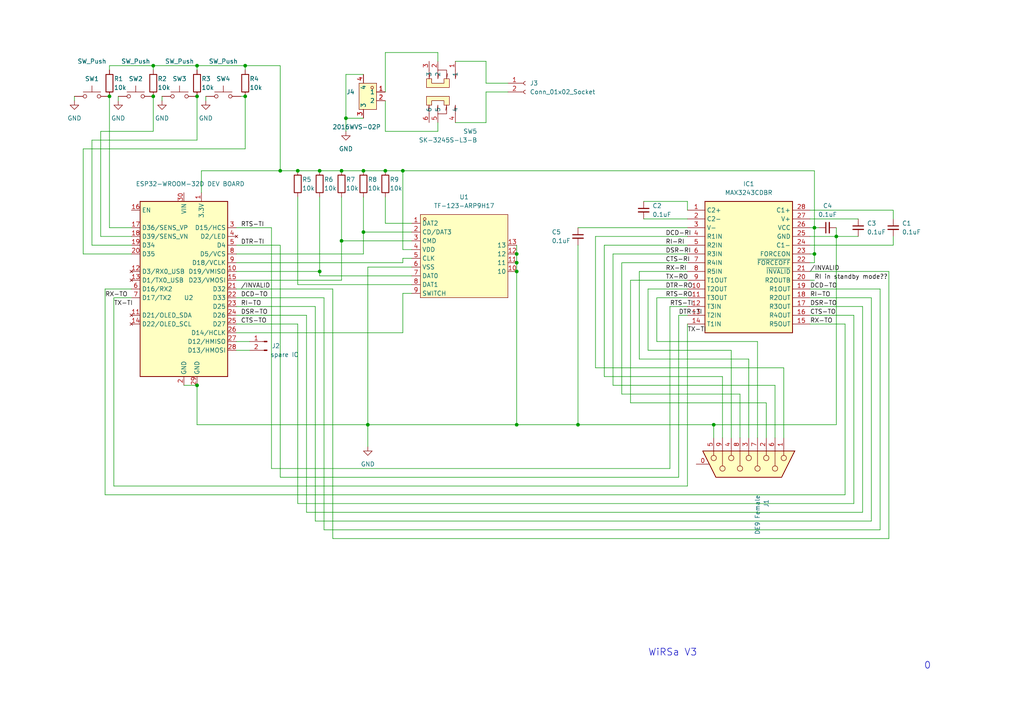
<source format=kicad_sch>
(kicad_sch (version 20230121) (generator eeschema)

  (uuid a1545928-1195-40b9-b3c4-78f837012afb)

  (paper "A4")

  (lib_symbols
    (symbol "Connector:Conn_01x02_Pin" (pin_names (offset 1.016) hide) (in_bom yes) (on_board yes)
      (property "Reference" "J" (at 0 2.54 0)
        (effects (font (size 1.27 1.27)))
      )
      (property "Value" "Conn_01x02_Pin" (at 0 -5.08 0)
        (effects (font (size 1.27 1.27)))
      )
      (property "Footprint" "" (at 0 0 0)
        (effects (font (size 1.27 1.27)) hide)
      )
      (property "Datasheet" "~" (at 0 0 0)
        (effects (font (size 1.27 1.27)) hide)
      )
      (property "ki_locked" "" (at 0 0 0)
        (effects (font (size 1.27 1.27)))
      )
      (property "ki_keywords" "connector" (at 0 0 0)
        (effects (font (size 1.27 1.27)) hide)
      )
      (property "ki_description" "Generic connector, single row, 01x02, script generated" (at 0 0 0)
        (effects (font (size 1.27 1.27)) hide)
      )
      (property "ki_fp_filters" "Connector*:*_1x??_*" (at 0 0 0)
        (effects (font (size 1.27 1.27)) hide)
      )
      (symbol "Conn_01x02_Pin_1_1"
        (polyline
          (pts
            (xy 1.27 -2.54)
            (xy 0.8636 -2.54)
          )
          (stroke (width 0.1524) (type default))
          (fill (type none))
        )
        (polyline
          (pts
            (xy 1.27 0)
            (xy 0.8636 0)
          )
          (stroke (width 0.1524) (type default))
          (fill (type none))
        )
        (rectangle (start 0.8636 -2.413) (end 0 -2.667)
          (stroke (width 0.1524) (type default))
          (fill (type outline))
        )
        (rectangle (start 0.8636 0.127) (end 0 -0.127)
          (stroke (width 0.1524) (type default))
          (fill (type outline))
        )
        (pin passive line (at 5.08 0 180) (length 3.81)
          (name "Pin_1" (effects (font (size 1.27 1.27))))
          (number "1" (effects (font (size 1.27 1.27))))
        )
        (pin passive line (at 5.08 -2.54 180) (length 3.81)
          (name "Pin_2" (effects (font (size 1.27 1.27))))
          (number "2" (effects (font (size 1.27 1.27))))
        )
      )
    )
    (symbol "Connector:Conn_01x02_Socket" (pin_names (offset 1.016) hide) (in_bom yes) (on_board yes)
      (property "Reference" "J" (at 0 2.54 0)
        (effects (font (size 1.27 1.27)))
      )
      (property "Value" "Conn_01x02_Socket" (at 0 -5.08 0)
        (effects (font (size 1.27 1.27)))
      )
      (property "Footprint" "" (at 0 0 0)
        (effects (font (size 1.27 1.27)) hide)
      )
      (property "Datasheet" "~" (at 0 0 0)
        (effects (font (size 1.27 1.27)) hide)
      )
      (property "ki_locked" "" (at 0 0 0)
        (effects (font (size 1.27 1.27)))
      )
      (property "ki_keywords" "connector" (at 0 0 0)
        (effects (font (size 1.27 1.27)) hide)
      )
      (property "ki_description" "Generic connector, single row, 01x02, script generated" (at 0 0 0)
        (effects (font (size 1.27 1.27)) hide)
      )
      (property "ki_fp_filters" "Connector*:*_1x??_*" (at 0 0 0)
        (effects (font (size 1.27 1.27)) hide)
      )
      (symbol "Conn_01x02_Socket_1_1"
        (arc (start 0 -2.032) (mid -0.5058 -2.54) (end 0 -3.048)
          (stroke (width 0.1524) (type default))
          (fill (type none))
        )
        (polyline
          (pts
            (xy -1.27 -2.54)
            (xy -0.508 -2.54)
          )
          (stroke (width 0.1524) (type default))
          (fill (type none))
        )
        (polyline
          (pts
            (xy -1.27 0)
            (xy -0.508 0)
          )
          (stroke (width 0.1524) (type default))
          (fill (type none))
        )
        (arc (start 0 0.508) (mid -0.5058 0) (end 0 -0.508)
          (stroke (width 0.1524) (type default))
          (fill (type none))
        )
        (pin passive line (at -5.08 0 0) (length 3.81)
          (name "Pin_1" (effects (font (size 1.27 1.27))))
          (number "1" (effects (font (size 1.27 1.27))))
        )
        (pin passive line (at -5.08 -2.54 0) (length 3.81)
          (name "Pin_2" (effects (font (size 1.27 1.27))))
          (number "2" (effects (font (size 1.27 1.27))))
        )
      )
    )
    (symbol "Connector:DE9_Receptacle_MountingHoles" (pin_names (offset 1.016) hide) (in_bom yes) (on_board yes)
      (property "Reference" "J" (at 0 16.51 0)
        (effects (font (size 1.27 1.27)))
      )
      (property "Value" "DE9_Receptacle_MountingHoles" (at 0 14.605 0)
        (effects (font (size 1.27 1.27)))
      )
      (property "Footprint" "" (at 0 0 0)
        (effects (font (size 1.27 1.27)) hide)
      )
      (property "Datasheet" " ~" (at 0 0 0)
        (effects (font (size 1.27 1.27)) hide)
      )
      (property "ki_keywords" "connector receptacle female D-SUB DB9" (at 0 0 0)
        (effects (font (size 1.27 1.27)) hide)
      )
      (property "ki_description" "9-pin female receptacle socket D-SUB connector, Mounting Hole" (at 0 0 0)
        (effects (font (size 1.27 1.27)) hide)
      )
      (property "ki_fp_filters" "DSUB*Female*" (at 0 0 0)
        (effects (font (size 1.27 1.27)) hide)
      )
      (symbol "DE9_Receptacle_MountingHoles_0_1"
        (circle (center -1.778 -10.16) (radius 0.762)
          (stroke (width 0) (type default))
          (fill (type none))
        )
        (circle (center -1.778 -5.08) (radius 0.762)
          (stroke (width 0) (type default))
          (fill (type none))
        )
        (circle (center -1.778 0) (radius 0.762)
          (stroke (width 0) (type default))
          (fill (type none))
        )
        (circle (center -1.778 5.08) (radius 0.762)
          (stroke (width 0) (type default))
          (fill (type none))
        )
        (circle (center -1.778 10.16) (radius 0.762)
          (stroke (width 0) (type default))
          (fill (type none))
        )
        (polyline
          (pts
            (xy -3.81 -10.16)
            (xy -2.54 -10.16)
          )
          (stroke (width 0) (type default))
          (fill (type none))
        )
        (polyline
          (pts
            (xy -3.81 -7.62)
            (xy 0.508 -7.62)
          )
          (stroke (width 0) (type default))
          (fill (type none))
        )
        (polyline
          (pts
            (xy -3.81 -5.08)
            (xy -2.54 -5.08)
          )
          (stroke (width 0) (type default))
          (fill (type none))
        )
        (polyline
          (pts
            (xy -3.81 -2.54)
            (xy 0.508 -2.54)
          )
          (stroke (width 0) (type default))
          (fill (type none))
        )
        (polyline
          (pts
            (xy -3.81 0)
            (xy -2.54 0)
          )
          (stroke (width 0) (type default))
          (fill (type none))
        )
        (polyline
          (pts
            (xy -3.81 2.54)
            (xy 0.508 2.54)
          )
          (stroke (width 0) (type default))
          (fill (type none))
        )
        (polyline
          (pts
            (xy -3.81 5.08)
            (xy -2.54 5.08)
          )
          (stroke (width 0) (type default))
          (fill (type none))
        )
        (polyline
          (pts
            (xy -3.81 7.62)
            (xy 0.508 7.62)
          )
          (stroke (width 0) (type default))
          (fill (type none))
        )
        (polyline
          (pts
            (xy -3.81 10.16)
            (xy -2.54 10.16)
          )
          (stroke (width 0) (type default))
          (fill (type none))
        )
        (polyline
          (pts
            (xy -3.81 13.335)
            (xy -3.81 -13.335)
            (xy 3.81 -9.525)
            (xy 3.81 9.525)
            (xy -3.81 13.335)
          )
          (stroke (width 0.254) (type default))
          (fill (type background))
        )
        (circle (center 1.27 -7.62) (radius 0.762)
          (stroke (width 0) (type default))
          (fill (type none))
        )
        (circle (center 1.27 -2.54) (radius 0.762)
          (stroke (width 0) (type default))
          (fill (type none))
        )
        (circle (center 1.27 2.54) (radius 0.762)
          (stroke (width 0) (type default))
          (fill (type none))
        )
        (circle (center 1.27 7.62) (radius 0.762)
          (stroke (width 0) (type default))
          (fill (type none))
        )
      )
      (symbol "DE9_Receptacle_MountingHoles_1_1"
        (pin passive line (at 0 -15.24 90) (length 3.81)
          (name "PAD" (effects (font (size 1.27 1.27))))
          (number "0" (effects (font (size 1.27 1.27))))
        )
        (pin passive line (at -7.62 10.16 0) (length 3.81)
          (name "1" (effects (font (size 1.27 1.27))))
          (number "1" (effects (font (size 1.27 1.27))))
        )
        (pin passive line (at -7.62 5.08 0) (length 3.81)
          (name "2" (effects (font (size 1.27 1.27))))
          (number "2" (effects (font (size 1.27 1.27))))
        )
        (pin passive line (at -7.62 0 0) (length 3.81)
          (name "3" (effects (font (size 1.27 1.27))))
          (number "3" (effects (font (size 1.27 1.27))))
        )
        (pin passive line (at -7.62 -5.08 0) (length 3.81)
          (name "4" (effects (font (size 1.27 1.27))))
          (number "4" (effects (font (size 1.27 1.27))))
        )
        (pin passive line (at -7.62 -10.16 0) (length 3.81)
          (name "5" (effects (font (size 1.27 1.27))))
          (number "5" (effects (font (size 1.27 1.27))))
        )
        (pin passive line (at -7.62 7.62 0) (length 3.81)
          (name "6" (effects (font (size 1.27 1.27))))
          (number "6" (effects (font (size 1.27 1.27))))
        )
        (pin passive line (at -7.62 2.54 0) (length 3.81)
          (name "7" (effects (font (size 1.27 1.27))))
          (number "7" (effects (font (size 1.27 1.27))))
        )
        (pin passive line (at -7.62 -2.54 0) (length 3.81)
          (name "8" (effects (font (size 1.27 1.27))))
          (number "8" (effects (font (size 1.27 1.27))))
        )
        (pin passive line (at -7.62 -7.62 0) (length 3.81)
          (name "9" (effects (font (size 1.27 1.27))))
          (number "9" (effects (font (size 1.27 1.27))))
        )
      )
    )
    (symbol "Device:C_Small" (pin_numbers hide) (pin_names (offset 0.254) hide) (in_bom yes) (on_board yes)
      (property "Reference" "C" (at 0.254 1.778 0)
        (effects (font (size 1.27 1.27)) (justify left))
      )
      (property "Value" "C_Small" (at 0.254 -2.032 0)
        (effects (font (size 1.27 1.27)) (justify left))
      )
      (property "Footprint" "" (at 0 0 0)
        (effects (font (size 1.27 1.27)) hide)
      )
      (property "Datasheet" "~" (at 0 0 0)
        (effects (font (size 1.27 1.27)) hide)
      )
      (property "ki_keywords" "capacitor cap" (at 0 0 0)
        (effects (font (size 1.27 1.27)) hide)
      )
      (property "ki_description" "Unpolarized capacitor, small symbol" (at 0 0 0)
        (effects (font (size 1.27 1.27)) hide)
      )
      (property "ki_fp_filters" "C_*" (at 0 0 0)
        (effects (font (size 1.27 1.27)) hide)
      )
      (symbol "C_Small_0_1"
        (polyline
          (pts
            (xy -1.524 -0.508)
            (xy 1.524 -0.508)
          )
          (stroke (width 0.3302) (type default))
          (fill (type none))
        )
        (polyline
          (pts
            (xy -1.524 0.508)
            (xy 1.524 0.508)
          )
          (stroke (width 0.3048) (type default))
          (fill (type none))
        )
      )
      (symbol "C_Small_1_1"
        (pin passive line (at 0 2.54 270) (length 2.032)
          (name "~" (effects (font (size 1.27 1.27))))
          (number "1" (effects (font (size 1.27 1.27))))
        )
        (pin passive line (at 0 -2.54 90) (length 2.032)
          (name "~" (effects (font (size 1.27 1.27))))
          (number "2" (effects (font (size 1.27 1.27))))
        )
      )
    )
    (symbol "Device:R" (pin_numbers hide) (pin_names (offset 0)) (in_bom yes) (on_board yes)
      (property "Reference" "R" (at 2.032 0 90)
        (effects (font (size 1.27 1.27)))
      )
      (property "Value" "R" (at 0 0 90)
        (effects (font (size 1.27 1.27)))
      )
      (property "Footprint" "" (at -1.778 0 90)
        (effects (font (size 1.27 1.27)) hide)
      )
      (property "Datasheet" "~" (at 0 0 0)
        (effects (font (size 1.27 1.27)) hide)
      )
      (property "ki_keywords" "R res resistor" (at 0 0 0)
        (effects (font (size 1.27 1.27)) hide)
      )
      (property "ki_description" "Resistor" (at 0 0 0)
        (effects (font (size 1.27 1.27)) hide)
      )
      (property "ki_fp_filters" "R_*" (at 0 0 0)
        (effects (font (size 1.27 1.27)) hide)
      )
      (symbol "R_0_1"
        (rectangle (start -1.016 -2.54) (end 1.016 2.54)
          (stroke (width 0.254) (type default))
          (fill (type none))
        )
      )
      (symbol "R_1_1"
        (pin passive line (at 0 3.81 270) (length 1.27)
          (name "~" (effects (font (size 1.27 1.27))))
          (number "1" (effects (font (size 1.27 1.27))))
        )
        (pin passive line (at 0 -3.81 90) (length 1.27)
          (name "~" (effects (font (size 1.27 1.27))))
          (number "2" (effects (font (size 1.27 1.27))))
        )
      )
    )
    (symbol "RF_Module:ESP32-WROOM-32D" (in_bom yes) (on_board yes)
      (property "Reference" "U2" (at 0 5.08 0)
        (effects (font (size 1.27 1.27)) (justify left))
      )
      (property "Value" "ESP32-WROOM-32D DEV BOARD" (at -13.97 38.1 0)
        (effects (font (size 1.27 1.27)) (justify left))
      )
      (property "Footprint" "RF_Module:ESP32-WROOM-32D" (at 16.51 -34.29 0)
        (effects (font (size 1.27 1.27)) hide)
      )
      (property "Datasheet" "https://www.espressif.com/sites/default/files/documentation/esp32-wroom-32d_esp32-wroom-32u_datasheet_en.pdf" (at -26.67 -43.18 0)
        (effects (font (size 1.27 1.27)) hide)
      )
      (property "ki_keywords" "RF Radio BT ESP ESP32 Espressif onboard PCB antenna" (at 0 0 0)
        (effects (font (size 1.27 1.27)) hide)
      )
      (property "ki_description" "RF Module, ESP32-D0WD SoC, Wi-Fi 802.11b/g/n, Bluetooth, BLE, 32-bit, 2.7-3.6V, onboard antenna, SMD" (at 0 0 0)
        (effects (font (size 1.27 1.27)) hide)
      )
      (property "ki_fp_filters" "ESP32?WROOM?32D*" (at 0 0 0)
        (effects (font (size 1.27 1.27)) hide)
      )
      (symbol "ESP32-WROOM-32D_0_1"
        (rectangle (start -12.7 33.02) (end 12.7 -17.78)
          (stroke (width 0.254) (type default))
          (fill (type background))
        )
      )
      (symbol "ESP32-WROOM-32D_1_1"
        (pin power_out line (at 5.08 35.56 270) (length 2.54)
          (name "3.3V" (effects (font (size 1.27 1.27))))
          (number "1" (effects (font (size 1.27 1.27))))
        )
        (pin bidirectional line (at 15.24 12.7 180) (length 2.54)
          (name "D19/VMISO" (effects (font (size 1.27 1.27))))
          (number "10" (effects (font (size 1.27 1.27))))
        )
        (pin no_connect line (at -15.24 0 0) (length 2.54)
          (name "D21/OLED_SDA" (effects (font (size 1.27 1.27))))
          (number "11" (effects (font (size 1.27 1.27))))
        )
        (pin no_connect line (at -15.24 12.7 0) (length 2.54)
          (name "D3/RX0_USB" (effects (font (size 1.27 1.27))))
          (number "12" (effects (font (size 1.27 1.27))))
        )
        (pin no_connect line (at -15.24 10.16 0) (length 2.54)
          (name "D1/TX0_USB" (effects (font (size 1.27 1.27))))
          (number "13" (effects (font (size 1.27 1.27))))
        )
        (pin no_connect line (at -15.24 -2.54 0) (length 2.54)
          (name "D22/OLED_SCL" (effects (font (size 1.27 1.27))))
          (number "14" (effects (font (size 1.27 1.27))))
        )
        (pin bidirectional line (at 15.24 10.16 180) (length 2.54)
          (name "D23/VMOSI" (effects (font (size 1.27 1.27))))
          (number "15" (effects (font (size 1.27 1.27))))
        )
        (pin input line (at -15.24 30.48 0) (length 2.54)
          (name "EN" (effects (font (size 1.27 1.27))))
          (number "16" (effects (font (size 1.27 1.27))))
        )
        (pin input line (at -15.24 25.4 0) (length 2.54)
          (name "D36/SENS_VP" (effects (font (size 1.27 1.27))))
          (number "17" (effects (font (size 1.27 1.27))))
        )
        (pin input line (at -15.24 22.86 0) (length 2.54)
          (name "D39/SENS_VN" (effects (font (size 1.27 1.27))))
          (number "18" (effects (font (size 1.27 1.27))))
        )
        (pin input line (at -15.24 20.32 0) (length 2.54)
          (name "D34" (effects (font (size 1.27 1.27))))
          (number "19" (effects (font (size 1.27 1.27))))
        )
        (pin passive line (at 0 -20.32 90) (length 2.54)
          (name "GND" (effects (font (size 1.27 1.27))))
          (number "2" (effects (font (size 1.27 1.27))))
        )
        (pin input line (at -15.24 17.78 0) (length 2.54)
          (name "D35" (effects (font (size 1.27 1.27))))
          (number "20" (effects (font (size 1.27 1.27))))
        )
        (pin bidirectional line (at 15.24 7.62 180) (length 2.54)
          (name "D32" (effects (font (size 1.27 1.27))))
          (number "21" (effects (font (size 1.27 1.27))))
        )
        (pin bidirectional line (at 15.24 5.08 180) (length 2.54)
          (name "D33" (effects (font (size 1.27 1.27))))
          (number "22" (effects (font (size 1.27 1.27))))
        )
        (pin bidirectional line (at 15.24 2.54 180) (length 2.54)
          (name "D25" (effects (font (size 1.27 1.27))))
          (number "23" (effects (font (size 1.27 1.27))))
        )
        (pin bidirectional line (at 15.24 0 180) (length 2.54)
          (name "D26" (effects (font (size 1.27 1.27))))
          (number "24" (effects (font (size 1.27 1.27))))
        )
        (pin bidirectional line (at 15.24 -2.54 180) (length 2.54)
          (name "D27" (effects (font (size 1.27 1.27))))
          (number "25" (effects (font (size 1.27 1.27))))
        )
        (pin bidirectional line (at 15.24 -5.08 180) (length 2.54)
          (name "D14/HCLK" (effects (font (size 1.27 1.27))))
          (number "26" (effects (font (size 1.27 1.27))))
        )
        (pin bidirectional line (at 15.24 -7.62 180) (length 2.54)
          (name "D12/HMISO" (effects (font (size 1.27 1.27))))
          (number "27" (effects (font (size 1.27 1.27))))
        )
        (pin bidirectional line (at 15.24 -10.16 180) (length 2.54)
          (name "D13/HMOSI" (effects (font (size 1.27 1.27))))
          (number "28" (effects (font (size 1.27 1.27))))
        )
        (pin passive line (at 3.81 -20.32 90) (length 2.54)
          (name "GND" (effects (font (size 1.27 1.27))))
          (number "29" (effects (font (size 1.27 1.27))))
        )
        (pin bidirectional line (at 15.24 25.4 180) (length 2.54)
          (name "D15/HCS" (effects (font (size 1.27 1.27))))
          (number "3" (effects (font (size 1.27 1.27))))
        )
        (pin power_in line (at 0 35.56 270) (length 2.54)
          (name "VIN" (effects (font (size 1.27 1.27))))
          (number "30" (effects (font (size 1.27 1.27))))
        )
        (pin no_connect line (at 15.24 22.86 180) (length 2.54)
          (name "D2/LED" (effects (font (size 1.27 1.27))))
          (number "4" (effects (font (size 1.27 1.27))))
        )
        (pin bidirectional line (at 15.24 20.32 180) (length 2.54)
          (name "D4" (effects (font (size 1.27 1.27))))
          (number "5" (effects (font (size 1.27 1.27))))
        )
        (pin bidirectional line (at -15.24 7.62 0) (length 2.54)
          (name "D16/RX2" (effects (font (size 1.27 1.27))))
          (number "6" (effects (font (size 1.27 1.27))))
        )
        (pin bidirectional line (at -15.24 5.08 0) (length 2.54)
          (name "D17/TX2" (effects (font (size 1.27 1.27))))
          (number "7" (effects (font (size 1.27 1.27))))
        )
        (pin bidirectional line (at 15.24 17.78 180) (length 2.54)
          (name "D5/VCS" (effects (font (size 1.27 1.27))))
          (number "8" (effects (font (size 1.27 1.27))))
        )
        (pin bidirectional line (at 15.24 15.24 180) (length 2.54)
          (name "D18/VCLK" (effects (font (size 1.27 1.27))))
          (number "9" (effects (font (size 1.27 1.27))))
        )
      )
    )
    (symbol "SamacSys:MAX3243CUI+" (in_bom yes) (on_board yes)
      (property "Reference" "IC" (at 31.75 7.62 0)
        (effects (font (size 1.27 1.27)) (justify left top))
      )
      (property "Value" "MAX3243CUI+" (at 31.75 5.08 0)
        (effects (font (size 1.27 1.27)) (justify left top))
      )
      (property "Footprint" "SOP65P640X110-28N" (at 31.75 -94.92 0)
        (effects (font (size 1.27 1.27)) (justify left top) hide)
      )
      (property "Datasheet" "http://datasheets.maximintegrated.com/en/ds/MAX3221-MAX3243.pdf" (at 31.75 -194.92 0)
        (effects (font (size 1.27 1.27)) (justify left top) hide)
      )
      (property "Height" "1.1" (at 31.75 -394.92 0)
        (effects (font (size 1.27 1.27)) (justify left top) hide)
      )
      (property "Mouser Part Number" "700-MAX3243CUI" (at 31.75 -494.92 0)
        (effects (font (size 1.27 1.27)) (justify left top) hide)
      )
      (property "Mouser Price/Stock" "https://www.mouser.co.uk/ProductDetail/Analog-Devices-Maxim-Integrated/MAX3243CUI%2b?qs=1THa7WoU59Ff6NEDO3%252BKYw%3D%3D" (at 31.75 -594.92 0)
        (effects (font (size 1.27 1.27)) (justify left top) hide)
      )
      (property "Manufacturer_Name" "Analog Devices" (at 31.75 -694.92 0)
        (effects (font (size 1.27 1.27)) (justify left top) hide)
      )
      (property "Manufacturer_Part_Number" "MAX3243CUI+" (at 31.75 -794.92 0)
        (effects (font (size 1.27 1.27)) (justify left top) hide)
      )
      (property "ki_description" "MAX3243CUI+, Line Transceiver 3 5 3 235kbit/s, 3  5.5 V, 28-Pin TSSOP" (at 0 0 0)
        (effects (font (size 1.27 1.27)) hide)
      )
      (symbol "MAX3243CUI+_1_1"
        (rectangle (start 5.08 2.54) (end 30.48 -35.56)
          (stroke (width 0.254) (type default))
          (fill (type background))
        )
        (pin passive line (at 0 0 0) (length 5.08)
          (name "C2+" (effects (font (size 1.27 1.27))))
          (number "1" (effects (font (size 1.27 1.27))))
        )
        (pin output line (at 0 -22.86 0) (length 5.08)
          (name "T2OUT" (effects (font (size 1.27 1.27))))
          (number "10" (effects (font (size 1.27 1.27))))
        )
        (pin output line (at 0 -25.4 0) (length 5.08)
          (name "T3OUT" (effects (font (size 1.27 1.27))))
          (number "11" (effects (font (size 1.27 1.27))))
        )
        (pin input line (at 0 -27.94 0) (length 5.08)
          (name "T3IN" (effects (font (size 1.27 1.27))))
          (number "12" (effects (font (size 1.27 1.27))))
        )
        (pin input line (at 0 -30.48 0) (length 5.08)
          (name "T2IN" (effects (font (size 1.27 1.27))))
          (number "13" (effects (font (size 1.27 1.27))))
        )
        (pin input line (at 0 -33.02 0) (length 5.08)
          (name "T1IN" (effects (font (size 1.27 1.27))))
          (number "14" (effects (font (size 1.27 1.27))))
        )
        (pin output line (at 35.56 -33.02 180) (length 5.08)
          (name "R5OUT" (effects (font (size 1.27 1.27))))
          (number "15" (effects (font (size 1.27 1.27))))
        )
        (pin output line (at 35.56 -30.48 180) (length 5.08)
          (name "R4OUT" (effects (font (size 1.27 1.27))))
          (number "16" (effects (font (size 1.27 1.27))))
        )
        (pin output line (at 35.56 -27.94 180) (length 5.08)
          (name "R3OUT" (effects (font (size 1.27 1.27))))
          (number "17" (effects (font (size 1.27 1.27))))
        )
        (pin output line (at 35.56 -25.4 180) (length 5.08)
          (name "R2OUT" (effects (font (size 1.27 1.27))))
          (number "18" (effects (font (size 1.27 1.27))))
        )
        (pin output line (at 35.56 -22.86 180) (length 5.08)
          (name "R1OUT" (effects (font (size 1.27 1.27))))
          (number "19" (effects (font (size 1.27 1.27))))
        )
        (pin passive line (at 0 -2.54 0) (length 5.08)
          (name "C2-" (effects (font (size 1.27 1.27))))
          (number "2" (effects (font (size 1.27 1.27))))
        )
        (pin output line (at 35.56 -20.32 180) (length 5.08)
          (name "R2OUTB" (effects (font (size 1.27 1.27))))
          (number "20" (effects (font (size 1.27 1.27))))
        )
        (pin output line (at 35.56 -17.78 180) (length 5.08)
          (name "~{INVALID}" (effects (font (size 1.27 1.27))))
          (number "21" (effects (font (size 1.27 1.27))))
        )
        (pin input line (at 35.56 -15.24 180) (length 5.08)
          (name "~{FORCEOFF}" (effects (font (size 1.27 1.27))))
          (number "22" (effects (font (size 1.27 1.27))))
        )
        (pin input line (at 35.56 -12.7 180) (length 5.08)
          (name "FORCEON" (effects (font (size 1.27 1.27))))
          (number "23" (effects (font (size 1.27 1.27))))
        )
        (pin passive line (at 35.56 -10.16 180) (length 5.08)
          (name "C1-" (effects (font (size 1.27 1.27))))
          (number "24" (effects (font (size 1.27 1.27))))
        )
        (pin power_in line (at 35.56 -7.62 180) (length 5.08)
          (name "GND" (effects (font (size 1.27 1.27))))
          (number "25" (effects (font (size 1.27 1.27))))
        )
        (pin power_in line (at 35.56 -5.08 180) (length 5.08)
          (name "VCC" (effects (font (size 1.27 1.27))))
          (number "26" (effects (font (size 1.27 1.27))))
        )
        (pin power_in line (at 35.56 -2.54 180) (length 5.08)
          (name "V+" (effects (font (size 1.27 1.27))))
          (number "27" (effects (font (size 1.27 1.27))))
        )
        (pin passive line (at 35.56 0 180) (length 5.08)
          (name "C1+" (effects (font (size 1.27 1.27))))
          (number "28" (effects (font (size 1.27 1.27))))
        )
        (pin power_in line (at 0 -5.08 0) (length 5.08)
          (name "V-" (effects (font (size 1.27 1.27))))
          (number "3" (effects (font (size 1.27 1.27))))
        )
        (pin input line (at 0 -7.62 0) (length 5.08)
          (name "R1IN" (effects (font (size 1.27 1.27))))
          (number "4" (effects (font (size 1.27 1.27))))
        )
        (pin input line (at 0 -10.16 0) (length 5.08)
          (name "R2IN" (effects (font (size 1.27 1.27))))
          (number "5" (effects (font (size 1.27 1.27))))
        )
        (pin input line (at 0 -12.7 0) (length 5.08)
          (name "R3IN" (effects (font (size 1.27 1.27))))
          (number "6" (effects (font (size 1.27 1.27))))
        )
        (pin input line (at 0 -15.24 0) (length 5.08)
          (name "R4IN" (effects (font (size 1.27 1.27))))
          (number "7" (effects (font (size 1.27 1.27))))
        )
        (pin input line (at 0 -17.78 0) (length 5.08)
          (name "R5IN" (effects (font (size 1.27 1.27))))
          (number "8" (effects (font (size 1.27 1.27))))
        )
        (pin output line (at 0 -20.32 0) (length 5.08)
          (name "T1OUT" (effects (font (size 1.27 1.27))))
          (number "9" (effects (font (size 1.27 1.27))))
        )
      )
    )
    (symbol "Switch:SW_Push" (pin_numbers hide) (pin_names (offset 1.016) hide) (in_bom yes) (on_board yes)
      (property "Reference" "SW" (at 1.27 2.54 0)
        (effects (font (size 1.27 1.27)) (justify left))
      )
      (property "Value" "SW_Push" (at 0 -1.524 0)
        (effects (font (size 1.27 1.27)))
      )
      (property "Footprint" "" (at 0 5.08 0)
        (effects (font (size 1.27 1.27)) hide)
      )
      (property "Datasheet" "~" (at 0 5.08 0)
        (effects (font (size 1.27 1.27)) hide)
      )
      (property "ki_keywords" "switch normally-open pushbutton push-button" (at 0 0 0)
        (effects (font (size 1.27 1.27)) hide)
      )
      (property "ki_description" "Push button switch, generic, two pins" (at 0 0 0)
        (effects (font (size 1.27 1.27)) hide)
      )
      (symbol "SW_Push_0_1"
        (circle (center -2.032 0) (radius 0.508)
          (stroke (width 0) (type default))
          (fill (type none))
        )
        (polyline
          (pts
            (xy 0 1.27)
            (xy 0 3.048)
          )
          (stroke (width 0) (type default))
          (fill (type none))
        )
        (polyline
          (pts
            (xy 2.54 1.27)
            (xy -2.54 1.27)
          )
          (stroke (width 0) (type default))
          (fill (type none))
        )
        (circle (center 2.032 0) (radius 0.508)
          (stroke (width 0) (type default))
          (fill (type none))
        )
        (pin passive line (at -5.08 0 0) (length 2.54)
          (name "1" (effects (font (size 1.27 1.27))))
          (number "1" (effects (font (size 1.27 1.27))))
        )
        (pin passive line (at 5.08 0 180) (length 2.54)
          (name "2" (effects (font (size 1.27 1.27))))
          (number "2" (effects (font (size 1.27 1.27))))
        )
      )
    )
    (symbol "easyeda2kicad:2016WVS-02P" (in_bom yes) (on_board yes)
      (property "Reference" "U" (at 0 12.7 0)
        (effects (font (size 1.27 1.27)))
      )
      (property "Value" "2016WVS-02P" (at 0 -10.16 0)
        (effects (font (size 1.27 1.27)))
      )
      (property "Footprint" "easyeda2kicad:CONN-SMD_P2.00_X2016WVS-02-9TSW" (at 0 -12.7 0)
        (effects (font (size 1.27 1.27)) hide)
      )
      (property "Datasheet" "" (at 0 0 0)
        (effects (font (size 1.27 1.27)) hide)
      )
      (property "LCSC Part" "C5448068" (at 0 -15.24 0)
        (effects (font (size 1.27 1.27)) hide)
      )
      (symbol "2016WVS-02P_0_1"
        (rectangle (start -1.27 5.08) (end 3.81 -2.54)
          (stroke (width 0) (type default))
          (fill (type background))
        )
        (circle (center 0 3.81) (radius 0.38)
          (stroke (width 0) (type default))
          (fill (type none))
        )
        (pin unspecified line (at -3.81 2.54 0) (length 2.54)
          (name "1" (effects (font (size 1.27 1.27))))
          (number "1" (effects (font (size 1.27 1.27))))
        )
        (pin unspecified line (at -3.81 0 0) (length 2.54)
          (name "2" (effects (font (size 1.27 1.27))))
          (number "2" (effects (font (size 1.27 1.27))))
        )
        (pin unspecified line (at 2.54 -5.08 90) (length 2.54)
          (name "3" (effects (font (size 1.27 1.27))))
          (number "3" (effects (font (size 1.27 1.27))))
        )
        (pin unspecified line (at 2.54 7.62 270) (length 2.54)
          (name "4" (effects (font (size 1.27 1.27))))
          (number "4" (effects (font (size 1.27 1.27))))
        )
      )
    )
    (symbol "easyeda2kicad:SK-3245S-L3-B" (in_bom yes) (on_board yes)
      (property "Reference" "SW" (at 0 15.24 0)
        (effects (font (size 1.27 1.27)))
      )
      (property "Value" "SK-3245S-L3-B" (at 0 -12.7 0)
        (effects (font (size 1.27 1.27)))
      )
      (property "Footprint" "easyeda2kicad:SW-SMD_SK-3245S-L3-B" (at 0 -15.24 0)
        (effects (font (size 1.27 1.27)) hide)
      )
      (property "Datasheet" "https://lcsc.com/product-detail/Toggle-Switches_XKB-Enterprise-SK-3245S-L3-B_C405954.html" (at 0 -17.78 0)
        (effects (font (size 1.27 1.27)) hide)
      )
      (property "LCSC Part" "C405954" (at 0 -20.32 0)
        (effects (font (size 1.27 1.27)) hide)
      )
      (symbol "SK-3245S-L3-B_0_1"
        (polyline
          (pts
            (xy -5.08 -5.08)
            (xy -5.08 -2.54)
            (xy -4.83 -4.06)
          )
          (stroke (width 0) (type default))
          (fill (type none))
        )
        (polyline
          (pts
            (xy -5.08 7.62)
            (xy -5.08 5.08)
            (xy -5.33 6.6)
          )
          (stroke (width 0) (type default))
          (fill (type none))
        )
        (polyline
          (pts
            (xy 0 -5.08)
            (xy 0 -2.54)
            (xy 0.25 -4.06)
          )
          (stroke (width 0) (type default))
          (fill (type none))
        )
        (polyline
          (pts
            (xy 0 7.62)
            (xy 0 5.08)
            (xy -0.25 6.6)
          )
          (stroke (width 0) (type default))
          (fill (type none))
        )
        (polyline
          (pts
            (xy 2.54 -5.08)
            (xy 2.54 -2.54)
            (xy 2.79 -4.06)
          )
          (stroke (width 0) (type default))
          (fill (type none))
        )
        (polyline
          (pts
            (xy 2.54 7.62)
            (xy 2.54 5.08)
            (xy 2.29 6.6)
          )
          (stroke (width 0) (type default))
          (fill (type none))
        )
        (polyline
          (pts
            (xy 0 -5.08)
            (xy -2.54 -5.08)
            (xy -2.54 -2.54)
            (xy -2.29 -4.06)
          )
          (stroke (width 0) (type default))
          (fill (type none))
        )
        (polyline
          (pts
            (xy 0 7.62)
            (xy -2.54 7.62)
            (xy -2.54 5.08)
            (xy -2.79 6.6)
          )
          (stroke (width 0) (type default))
          (fill (type none))
        )
        (polyline
          (pts
            (xy -3.3 3.81)
            (xy -3.3 5.08)
            (xy -1.78 5.08)
            (xy -1.78 3.81)
            (xy 1.78 3.81)
            (xy 1.78 5.08)
            (xy 3.3 5.08)
            (xy 3.3 2.54)
            (xy -3.3 2.54)
            (xy -3.3 3.81)
          )
          (stroke (width 0) (type default))
          (fill (type background))
        )
        (polyline
          (pts
            (xy 3.3 -1.27)
            (xy 3.3 -2.54)
            (xy 1.78 -2.54)
            (xy 1.78 -1.27)
            (xy -1.78 -1.27)
            (xy -1.78 -2.54)
            (xy -3.3 -2.54)
            (xy -3.3 0)
            (xy 3.3 0)
            (xy 3.3 -1.27)
          )
          (stroke (width 0) (type default))
          (fill (type background))
        )
        (pin unspecified line (at -5.08 10.16 270) (length 2.54)
          (name "1" (effects (font (size 1.27 1.27))))
          (number "1" (effects (font (size 1.27 1.27))))
        )
        (pin unspecified line (at 0 10.16 270) (length 2.54)
          (name "2" (effects (font (size 1.27 1.27))))
          (number "2" (effects (font (size 1.27 1.27))))
        )
        (pin unspecified line (at 2.54 10.16 270) (length 2.54)
          (name "3" (effects (font (size 1.27 1.27))))
          (number "3" (effects (font (size 1.27 1.27))))
        )
        (pin unspecified line (at -5.08 -7.62 90) (length 2.54)
          (name "4" (effects (font (size 1.27 1.27))))
          (number "4" (effects (font (size 1.27 1.27))))
        )
        (pin unspecified line (at 0 -7.62 90) (length 2.54)
          (name "5" (effects (font (size 1.27 1.27))))
          (number "5" (effects (font (size 1.27 1.27))))
        )
        (pin unspecified line (at 2.54 -7.62 90) (length 2.54)
          (name "6" (effects (font (size 1.27 1.27))))
          (number "6" (effects (font (size 1.27 1.27))))
        )
      )
    )
    (symbol "easyeda2kicad:TF-123-ARP9H17" (in_bom yes) (on_board yes)
      (property "Reference" "U" (at 0 13.97 0)
        (effects (font (size 1.27 1.27)))
      )
      (property "Value" "TF-123-ARP9H17" (at 0 -16.51 0)
        (effects (font (size 1.27 1.27)))
      )
      (property "Footprint" "easyeda2kicad:TF-SMD_TF-123-ARP9H15" (at 0 -19.05 0)
        (effects (font (size 1.27 1.27)) hide)
      )
      (property "Datasheet" "" (at 0 0 0)
        (effects (font (size 1.27 1.27)) hide)
      )
      (property "LCSC Part" "C2982548" (at 0 -21.59 0)
        (effects (font (size 1.27 1.27)) hide)
      )
      (symbol "TF-123-ARP9H17_0_1"
        (rectangle (start -12.7 11.43) (end 12.7 -12.7)
          (stroke (width 0) (type default))
          (fill (type background))
        )
        (circle (center -11.43 10.16) (radius 0.38)
          (stroke (width 0) (type default))
          (fill (type none))
        )
        (pin unspecified line (at -15.24 8.89 0) (length 2.54)
          (name "DAT2" (effects (font (size 1.27 1.27))))
          (number "1" (effects (font (size 1.27 1.27))))
        )
        (pin unspecified line (at 15.24 -5.08 180) (length 2.54)
          (name "10" (effects (font (size 1.27 1.27))))
          (number "10" (effects (font (size 1.27 1.27))))
        )
        (pin unspecified line (at 15.24 -2.54 180) (length 2.54)
          (name "11" (effects (font (size 1.27 1.27))))
          (number "11" (effects (font (size 1.27 1.27))))
        )
        (pin unspecified line (at 15.24 0 180) (length 2.54)
          (name "12" (effects (font (size 1.27 1.27))))
          (number "12" (effects (font (size 1.27 1.27))))
        )
        (pin unspecified line (at 15.24 2.54 180) (length 2.54)
          (name "13" (effects (font (size 1.27 1.27))))
          (number "13" (effects (font (size 1.27 1.27))))
        )
        (pin unspecified line (at -15.24 6.35 0) (length 2.54)
          (name "CD/DAT3" (effects (font (size 1.27 1.27))))
          (number "2" (effects (font (size 1.27 1.27))))
        )
        (pin unspecified line (at -15.24 3.81 0) (length 2.54)
          (name "CMD" (effects (font (size 1.27 1.27))))
          (number "3" (effects (font (size 1.27 1.27))))
        )
        (pin unspecified line (at -15.24 1.27 0) (length 2.54)
          (name "VDD" (effects (font (size 1.27 1.27))))
          (number "4" (effects (font (size 1.27 1.27))))
        )
        (pin unspecified line (at -15.24 -1.27 0) (length 2.54)
          (name "CLK" (effects (font (size 1.27 1.27))))
          (number "5" (effects (font (size 1.27 1.27))))
        )
        (pin unspecified line (at -15.24 -3.81 0) (length 2.54)
          (name "VSS" (effects (font (size 1.27 1.27))))
          (number "6" (effects (font (size 1.27 1.27))))
        )
        (pin unspecified line (at -15.24 -6.35 0) (length 2.54)
          (name "DAT0" (effects (font (size 1.27 1.27))))
          (number "7" (effects (font (size 1.27 1.27))))
        )
        (pin unspecified line (at -15.24 -8.89 0) (length 2.54)
          (name "DAT1" (effects (font (size 1.27 1.27))))
          (number "8" (effects (font (size 1.27 1.27))))
        )
        (pin unspecified line (at -15.24 -11.43 0) (length 2.54)
          (name "SWITCH" (effects (font (size 1.27 1.27))))
          (number "9" (effects (font (size 1.27 1.27))))
        )
      )
    )
    (symbol "power:GND" (power) (pin_names (offset 0)) (in_bom yes) (on_board yes)
      (property "Reference" "#PWR" (at 0 -6.35 0)
        (effects (font (size 1.27 1.27)) hide)
      )
      (property "Value" "GND" (at 0 -3.81 0)
        (effects (font (size 1.27 1.27)))
      )
      (property "Footprint" "" (at 0 0 0)
        (effects (font (size 1.27 1.27)) hide)
      )
      (property "Datasheet" "" (at 0 0 0)
        (effects (font (size 1.27 1.27)) hide)
      )
      (property "ki_keywords" "power-flag" (at 0 0 0)
        (effects (font (size 1.27 1.27)) hide)
      )
      (property "ki_description" "Power symbol creates a global label with name \"GND\" , ground" (at 0 0 0)
        (effects (font (size 1.27 1.27)) hide)
      )
      (symbol "GND_0_1"
        (polyline
          (pts
            (xy 0 0)
            (xy 0 -1.27)
            (xy 1.27 -1.27)
            (xy 0 -2.54)
            (xy -1.27 -1.27)
            (xy 0 -1.27)
          )
          (stroke (width 0) (type default))
          (fill (type none))
        )
      )
      (symbol "GND_1_1"
        (pin power_in line (at 0 0 270) (length 0) hide
          (name "GND" (effects (font (size 1.27 1.27))))
          (number "1" (effects (font (size 1.27 1.27))))
        )
      )
    )
  )

  (junction (at 111.76 49.53) (diameter 0) (color 0 0 0 0)
    (uuid 023342bf-b52e-4ff5-8771-184ccffc4964)
  )
  (junction (at 81.28 49.53) (diameter 0) (color 0 0 0 0)
    (uuid 0517846d-e69a-4371-88ac-0340260f1a2d)
  )
  (junction (at 71.12 27.94) (diameter 0) (color 0 0 0 0)
    (uuid 05634a93-dc41-4ac4-b795-452a9db23945)
  )
  (junction (at 44.45 19.05) (diameter 0) (color 0 0 0 0)
    (uuid 12dbf1a8-5e61-4867-9719-f578ee845c1c)
  )
  (junction (at 100.33 34.29) (diameter 0) (color 0 0 0 0)
    (uuid 2f480ac3-76b9-4842-93f5-43a10ab26f02)
  )
  (junction (at 236.22 66.04) (diameter 0) (color 0 0 0 0)
    (uuid 59130d7d-e32d-4bf3-bdc5-d447c871dbe6)
  )
  (junction (at 149.86 73.66) (diameter 0) (color 0 0 0 0)
    (uuid 5fbe7f89-40ab-4e5f-926f-c5f5ea82d0cf)
  )
  (junction (at 149.86 76.2) (diameter 0) (color 0 0 0 0)
    (uuid 653d9df5-96f1-45bf-a648-c5e757558e4e)
  )
  (junction (at 99.06 49.53) (diameter 0) (color 0 0 0 0)
    (uuid 6f6ad11f-3e26-4642-a46c-4b24c4b814ee)
  )
  (junction (at 106.68 123.19) (diameter 0) (color 0 0 0 0)
    (uuid 711bbeb5-64b7-435f-89a0-22ed86b6a5cb)
  )
  (junction (at 57.15 111.76) (diameter 0) (color 0 0 0 0)
    (uuid 72dae9a5-5950-48cc-bd20-08a9d0bdaa0f)
  )
  (junction (at 105.41 49.53) (diameter 0) (color 0 0 0 0)
    (uuid 8d6579bc-10ff-4508-bc09-558bae49baec)
  )
  (junction (at 149.86 123.19) (diameter 0) (color 0 0 0 0)
    (uuid 8fc33aa6-31e3-4638-9bce-d7db601243c5)
  )
  (junction (at 105.41 67.31) (diameter 0) (color 0 0 0 0)
    (uuid 90eaeaea-73d0-4e3d-8c56-f3de842cb7bc)
  )
  (junction (at 44.45 27.94) (diameter 0) (color 0 0 0 0)
    (uuid 9ec343a7-a714-433f-9218-2debbe4ecde2)
  )
  (junction (at 167.64 123.19) (diameter 0) (color 0 0 0 0)
    (uuid a1431050-23ae-4820-924b-95e804088fe7)
  )
  (junction (at 149.86 78.74) (diameter 0) (color 0 0 0 0)
    (uuid a5f74452-ed72-4e89-a988-b3c3e431a1be)
  )
  (junction (at 31.75 27.94) (diameter 0) (color 0 0 0 0)
    (uuid a8614e52-7b2e-40fd-af2f-77f4420cc931)
  )
  (junction (at 242.57 68.58) (diameter 0) (color 0 0 0 0)
    (uuid b141c921-e5c9-4b91-86c0-fba7f90fc196)
  )
  (junction (at 57.15 19.05) (diameter 0) (color 0 0 0 0)
    (uuid b447e0cc-5079-4ebc-9827-b81d61a27c60)
  )
  (junction (at 86.36 49.53) (diameter 0) (color 0 0 0 0)
    (uuid bc525d0b-a4a0-4576-83d0-8c2a8fabd8c1)
  )
  (junction (at 71.12 19.05) (diameter 0) (color 0 0 0 0)
    (uuid bc55e0b9-c16b-4812-a911-a7601ee5d826)
  )
  (junction (at 92.71 49.53) (diameter 0) (color 0 0 0 0)
    (uuid be08b6ab-f3a3-4e8f-94ea-ef05b724f0ea)
  )
  (junction (at 116.84 49.53) (diameter 0) (color 0 0 0 0)
    (uuid c276ad80-4cc5-46b9-9bd7-4971f5561a6e)
  )
  (junction (at 207.01 123.19) (diameter 0) (color 0 0 0 0)
    (uuid c86e75aa-a017-41c0-bb0b-a28888deabcf)
  )
  (junction (at 236.22 73.66) (diameter 0) (color 0 0 0 0)
    (uuid d71a1e49-e7fe-4fd2-a857-8883d254d814)
  )
  (junction (at 99.06 69.85) (diameter 0) (color 0 0 0 0)
    (uuid d9cd66e4-b20b-4321-9452-d61370a5342b)
  )
  (junction (at 92.71 78.74) (diameter 0) (color 0 0 0 0)
    (uuid f0a7888d-9782-4edf-a051-aeed52307d7a)
  )
  (junction (at 57.15 27.94) (diameter 0) (color 0 0 0 0)
    (uuid fb8c18e2-402a-41b6-b3a8-9458de4b7c6b)
  )

  (wire (pts (xy 106.68 77.47) (xy 106.68 123.19))
    (stroke (width 0) (type default))
    (uuid 00c14cc2-9cb4-4751-ad9b-dbf02bfd47d2)
  )
  (wire (pts (xy 100.33 21.59) (xy 100.33 34.29))
    (stroke (width 0) (type default))
    (uuid 01539c90-b763-4d7a-95e0-33acaf885473)
  )
  (wire (pts (xy 116.84 76.2) (xy 116.84 74.93))
    (stroke (width 0) (type default))
    (uuid 04929f16-363c-427d-badb-d491e663f290)
  )
  (wire (pts (xy 99.06 81.28) (xy 99.06 69.85))
    (stroke (width 0) (type default))
    (uuid 0506dfcb-68f9-4113-9281-3ff279de738a)
  )
  (wire (pts (xy 105.41 73.66) (xy 105.41 67.31))
    (stroke (width 0) (type default))
    (uuid 080d78c5-5e4c-477d-9d78-a204136d6606)
  )
  (wire (pts (xy 93.98 153.67) (xy 255.27 153.67))
    (stroke (width 0) (type default))
    (uuid 094cab77-bbbd-41a6-867e-e8404bc1977f)
  )
  (wire (pts (xy 57.15 123.19) (xy 57.15 111.76))
    (stroke (width 0) (type default))
    (uuid 0c350b5e-1ad7-4d31-805b-a66832257281)
  )
  (wire (pts (xy 172.72 68.58) (xy 199.39 68.58))
    (stroke (width 0) (type default))
    (uuid 0cb56197-e639-4bbb-8903-c57ca0d63c5e)
  )
  (wire (pts (xy 53.34 111.76) (xy 57.15 111.76))
    (stroke (width 0) (type default))
    (uuid 0d3074f1-220d-4678-867b-31c4aadf731a)
  )
  (wire (pts (xy 234.95 91.44) (xy 247.65 91.44))
    (stroke (width 0) (type default))
    (uuid 0d6e8b41-993d-4dfd-9861-77bb6d49bdca)
  )
  (wire (pts (xy 147.32 26.67) (xy 140.97 26.67))
    (stroke (width 0) (type default))
    (uuid 0e57d731-340f-4913-a291-6649ffb6df33)
  )
  (wire (pts (xy 86.36 146.05) (xy 247.65 146.05))
    (stroke (width 0) (type default))
    (uuid 10460339-cbe9-4aba-bc98-9bacfe2a8428)
  )
  (wire (pts (xy 31.75 27.94) (xy 31.75 66.04))
    (stroke (width 0) (type default))
    (uuid 124e67c5-ec27-46c8-9116-22a50678f0a0)
  )
  (wire (pts (xy 92.71 78.74) (xy 92.71 57.15))
    (stroke (width 0) (type default))
    (uuid 12e56092-8720-4406-9d4b-13d8664b8ff6)
  )
  (wire (pts (xy 147.32 24.13) (xy 140.97 24.13))
    (stroke (width 0) (type default))
    (uuid 1679c0b0-7fb1-4640-ba40-4862258ea74a)
  )
  (wire (pts (xy 224.79 111.76) (xy 177.8 111.76))
    (stroke (width 0) (type default))
    (uuid 19cdcd65-71c8-484a-bafc-059fdb0abcc1)
  )
  (wire (pts (xy 31.75 19.05) (xy 44.45 19.05))
    (stroke (width 0) (type default))
    (uuid 1b229f87-72ec-4d3b-bd7f-614da5832e7d)
  )
  (wire (pts (xy 245.11 93.98) (xy 245.11 143.51))
    (stroke (width 0) (type default))
    (uuid 1d09d966-7c23-429d-afd5-cb39f0a7d169)
  )
  (wire (pts (xy 33.02 140.97) (xy 199.39 140.97))
    (stroke (width 0) (type default))
    (uuid 1e6a415b-4bf7-4818-ba02-93c063da518e)
  )
  (wire (pts (xy 259.08 68.58) (xy 259.08 71.12))
    (stroke (width 0) (type default))
    (uuid 1fb88b51-c057-4a07-93b6-247d3070f62e)
  )
  (wire (pts (xy 111.76 38.1) (xy 127 38.1))
    (stroke (width 0) (type default))
    (uuid 234374b6-4615-45cd-af60-29b32e82472a)
  )
  (wire (pts (xy 44.45 19.05) (xy 44.45 20.32))
    (stroke (width 0) (type default))
    (uuid 23b27467-5943-424b-b216-f05e86aacdaf)
  )
  (wire (pts (xy 209.55 109.22) (xy 209.55 127))
    (stroke (width 0) (type default))
    (uuid 24cb6620-18d4-4832-a84f-cf81166d17dd)
  )
  (wire (pts (xy 68.58 76.2) (xy 116.84 76.2))
    (stroke (width 0) (type default))
    (uuid 24cff674-e3c3-4fc3-a24d-e0f8d9e78e44)
  )
  (wire (pts (xy 207.01 123.19) (xy 207.01 127))
    (stroke (width 0) (type default))
    (uuid 26891db4-aff8-48e1-8221-174b55e185bf)
  )
  (wire (pts (xy 92.71 80.01) (xy 92.71 78.74))
    (stroke (width 0) (type default))
    (uuid 2711cf90-7bbc-48d9-b8d3-34814ec7b55a)
  )
  (wire (pts (xy 236.22 66.04) (xy 236.22 73.66))
    (stroke (width 0) (type default))
    (uuid 2a705109-12e8-4946-9afc-6c9c1895b65a)
  )
  (wire (pts (xy 190.5 86.36) (xy 199.39 86.36))
    (stroke (width 0) (type default))
    (uuid 2d4ec574-ca69-4d89-9789-1140632bebab)
  )
  (wire (pts (xy 68.58 91.44) (xy 88.9 91.44))
    (stroke (width 0) (type default))
    (uuid 2e341ae3-a2e1-4ae1-bff3-dc38b3629b6f)
  )
  (wire (pts (xy 227.33 106.68) (xy 172.72 106.68))
    (stroke (width 0) (type default))
    (uuid 2fde9cc0-7e18-4d33-8d77-08e266dd6eb1)
  )
  (wire (pts (xy 245.11 143.51) (xy 30.48 143.51))
    (stroke (width 0) (type default))
    (uuid 308ff488-9d9f-48c5-81ad-7439a5679c96)
  )
  (wire (pts (xy 26.67 71.12) (xy 38.1 71.12))
    (stroke (width 0) (type default))
    (uuid 31e86610-7c64-46a4-9e39-fea45b257959)
  )
  (wire (pts (xy 38.1 73.66) (xy 24.13 73.66))
    (stroke (width 0) (type default))
    (uuid 33f8de60-9b7c-43d9-89c9-0014cfaa6eef)
  )
  (wire (pts (xy 217.17 104.14) (xy 217.17 127))
    (stroke (width 0) (type default))
    (uuid 35521c41-062d-4c6d-b5bb-c454ec0d1af3)
  )
  (wire (pts (xy 105.41 21.59) (xy 100.33 21.59))
    (stroke (width 0) (type default))
    (uuid 39aed346-9491-4fdf-b9f2-1acc17dd3315)
  )
  (wire (pts (xy 119.38 85.09) (xy 116.84 85.09))
    (stroke (width 0) (type default))
    (uuid 3b237fec-c6c6-491a-98cd-278b2b2fd784)
  )
  (wire (pts (xy 127 17.78) (xy 127 15.24))
    (stroke (width 0) (type default))
    (uuid 3b46ddc1-04bb-4635-8f91-262ad4bbcd8e)
  )
  (wire (pts (xy 149.86 76.2) (xy 149.86 78.74))
    (stroke (width 0) (type default))
    (uuid 3c0d9d87-82d6-43c5-b471-8a62ce2d1da8)
  )
  (wire (pts (xy 106.68 77.47) (xy 119.38 77.47))
    (stroke (width 0) (type default))
    (uuid 3db856ee-19bb-4182-bbb6-f48f418c1fca)
  )
  (wire (pts (xy 116.84 49.53) (xy 236.22 49.53))
    (stroke (width 0) (type default))
    (uuid 3e50d0c4-c578-4176-be84-0e6fbcbcdb66)
  )
  (wire (pts (xy 255.27 83.82) (xy 234.95 83.82))
    (stroke (width 0) (type default))
    (uuid 3ea767e7-2ff1-46a3-9959-2acaa22bd0e9)
  )
  (wire (pts (xy 91.44 151.13) (xy 252.73 151.13))
    (stroke (width 0) (type default))
    (uuid 3f1e134e-96e3-4af4-a4fb-8bdbd1fd6e0a)
  )
  (wire (pts (xy 26.67 71.12) (xy 26.67 40.64))
    (stroke (width 0) (type default))
    (uuid 3ff071af-9385-4286-a564-13cd67ebe22b)
  )
  (wire (pts (xy 140.97 26.67) (xy 140.97 35.56))
    (stroke (width 0) (type default))
    (uuid 40853fd1-af78-4667-a063-1c88f98c5c16)
  )
  (wire (pts (xy 222.25 116.84) (xy 222.25 127))
    (stroke (width 0) (type default))
    (uuid 410bcf79-90d8-4860-b3f8-f55a54886b22)
  )
  (wire (pts (xy 111.76 49.53) (xy 116.84 49.53))
    (stroke (width 0) (type default))
    (uuid 412a9026-a9bf-4b21-b42b-94ebd1cdff28)
  )
  (wire (pts (xy 57.15 19.05) (xy 57.15 20.32))
    (stroke (width 0) (type default))
    (uuid 425a5038-295c-49ec-90db-3f47a5d6992d)
  )
  (wire (pts (xy 182.88 116.84) (xy 222.25 116.84))
    (stroke (width 0) (type default))
    (uuid 4271c60d-6b23-4dd5-b795-77579f294830)
  )
  (wire (pts (xy 68.58 101.6) (xy 72.39 101.6))
    (stroke (width 0) (type default))
    (uuid 43c58ae6-a986-41ea-ad57-6f9bfdf9d373)
  )
  (wire (pts (xy 234.95 71.12) (xy 259.08 71.12))
    (stroke (width 0) (type default))
    (uuid 43d4eb23-3a0d-40db-980e-c31a308cdc2e)
  )
  (wire (pts (xy 119.38 82.55) (xy 86.36 82.55))
    (stroke (width 0) (type default))
    (uuid 441396d6-9aeb-4da7-a8f9-614a47c8df59)
  )
  (wire (pts (xy 30.48 143.51) (xy 30.48 83.82))
    (stroke (width 0) (type default))
    (uuid 4473b3d2-b452-4beb-a371-ef1df21ddf72)
  )
  (wire (pts (xy 100.33 34.29) (xy 100.33 38.1))
    (stroke (width 0) (type default))
    (uuid 47754ebc-f24a-494e-bdcc-0ce62a7e7b56)
  )
  (wire (pts (xy 214.63 114.3) (xy 214.63 127))
    (stroke (width 0) (type default))
    (uuid 48489f26-68c0-4a45-b4b3-f6c5c1cf2cd5)
  )
  (wire (pts (xy 236.22 81.28) (xy 234.95 81.28))
    (stroke (width 0) (type default))
    (uuid 48abd542-b2dc-4d77-bb0d-295ce33df699)
  )
  (wire (pts (xy 167.64 66.04) (xy 199.39 66.04))
    (stroke (width 0) (type default))
    (uuid 49da981a-fc4e-469e-866f-1a2876277011)
  )
  (wire (pts (xy 93.98 86.36) (xy 93.98 153.67))
    (stroke (width 0) (type default))
    (uuid 4afa5087-306a-4b88-90a8-f1a785988b6d)
  )
  (wire (pts (xy 242.57 66.04) (xy 242.57 68.58))
    (stroke (width 0) (type default))
    (uuid 4b77d3b2-532c-4b2f-b0c7-cd0e504c9ae7)
  )
  (wire (pts (xy 68.58 88.9) (xy 91.44 88.9))
    (stroke (width 0) (type default))
    (uuid 4bc74a16-60b6-4494-8878-5d45ce9ea7d3)
  )
  (wire (pts (xy 185.42 78.74) (xy 185.42 104.14))
    (stroke (width 0) (type default))
    (uuid 4c108855-4130-441d-9777-a603568149a8)
  )
  (wire (pts (xy 116.84 74.93) (xy 119.38 74.93))
    (stroke (width 0) (type default))
    (uuid 4c661ee2-154f-4aa8-9dc0-fc69d03c04c0)
  )
  (wire (pts (xy 68.58 83.82) (xy 96.52 83.82))
    (stroke (width 0) (type default))
    (uuid 4d236d4a-a054-473a-840e-e76ecd9164c3)
  )
  (wire (pts (xy 58.42 49.53) (xy 58.42 55.88))
    (stroke (width 0) (type default))
    (uuid 4f9888f6-7316-42a9-b448-bd63f959f5e0)
  )
  (wire (pts (xy 105.41 67.31) (xy 105.41 57.15))
    (stroke (width 0) (type default))
    (uuid 4fa874d7-0827-4646-8431-c2a24d0d8d19)
  )
  (wire (pts (xy 185.42 104.14) (xy 217.17 104.14))
    (stroke (width 0) (type default))
    (uuid 5185e2bc-7fb9-450f-92ef-bdc97f2b1fc1)
  )
  (wire (pts (xy 177.8 73.66) (xy 177.8 111.76))
    (stroke (width 0) (type default))
    (uuid 52d51820-6a7b-43dc-bc50-672e155c8f80)
  )
  (wire (pts (xy 234.95 76.2) (xy 236.22 76.2))
    (stroke (width 0) (type default))
    (uuid 52f06d44-07fd-4058-adfb-4a348e0ba8a9)
  )
  (wire (pts (xy 236.22 49.53) (xy 236.22 66.04))
    (stroke (width 0) (type default))
    (uuid 54271a71-b8ca-4aba-be8f-c6be66f1515b)
  )
  (wire (pts (xy 29.21 38.1) (xy 44.45 38.1))
    (stroke (width 0) (type default))
    (uuid 5550de56-b10b-415d-82a0-ab5609a196fd)
  )
  (wire (pts (xy 190.5 86.36) (xy 190.5 99.06))
    (stroke (width 0) (type default))
    (uuid 569ae7ff-583b-4384-8bc0-657be279b692)
  )
  (wire (pts (xy 88.9 91.44) (xy 88.9 148.59))
    (stroke (width 0) (type default))
    (uuid 587b0428-9532-4f84-8f6e-59e2accf65c7)
  )
  (wire (pts (xy 185.42 78.74) (xy 199.39 78.74))
    (stroke (width 0) (type default))
    (uuid 59616502-b557-4471-87f1-f1c25d06f05d)
  )
  (wire (pts (xy 119.38 69.85) (xy 99.06 69.85))
    (stroke (width 0) (type default))
    (uuid 5b0053c2-2bc4-469f-a672-11bba8f08e08)
  )
  (wire (pts (xy 26.67 40.64) (xy 57.15 40.64))
    (stroke (width 0) (type default))
    (uuid 5fb929e5-808b-4eca-aa07-cdc84af31453)
  )
  (wire (pts (xy 255.27 153.67) (xy 255.27 83.82))
    (stroke (width 0) (type default))
    (uuid 60e7bc41-b6e2-4a40-9df6-d072e6de6418)
  )
  (wire (pts (xy 31.75 66.04) (xy 38.1 66.04))
    (stroke (width 0) (type default))
    (uuid 61f8ba62-187f-4427-a77a-b4b052345046)
  )
  (wire (pts (xy 96.52 156.21) (xy 257.81 156.21))
    (stroke (width 0) (type default))
    (uuid 62f757cb-6637-45ac-9466-0d637b817d43)
  )
  (wire (pts (xy 57.15 40.64) (xy 57.15 27.94))
    (stroke (width 0) (type default))
    (uuid 648041d9-3b81-4306-b613-b69bc8278ac3)
  )
  (wire (pts (xy 242.57 68.58) (xy 248.92 68.58))
    (stroke (width 0) (type default))
    (uuid 681fea8a-5086-4862-8a7e-90384c2d3665)
  )
  (wire (pts (xy 111.76 38.1) (xy 111.76 29.21))
    (stroke (width 0) (type default))
    (uuid 69272649-1357-47fc-aa29-6c76fefe07f2)
  )
  (wire (pts (xy 106.68 123.19) (xy 106.68 129.54))
    (stroke (width 0) (type default))
    (uuid 6a44bbba-a691-4e53-8596-20b9cac2faea)
  )
  (wire (pts (xy 227.33 127) (xy 227.33 106.68))
    (stroke (width 0) (type default))
    (uuid 6de1b93d-de1f-46f8-9457-0aeb9b8d09a6)
  )
  (wire (pts (xy 194.31 88.9) (xy 199.39 88.9))
    (stroke (width 0) (type default))
    (uuid 6ecda1c4-4440-43c3-aa00-83f7ebe1c4c1)
  )
  (wire (pts (xy 177.8 73.66) (xy 199.39 73.66))
    (stroke (width 0) (type default))
    (uuid 6ed34729-6560-43ca-a947-140bcb41cb7f)
  )
  (wire (pts (xy 149.86 78.74) (xy 149.86 123.19))
    (stroke (width 0) (type default))
    (uuid 6ee46e70-700d-4a20-9cc4-6efb1817b54f)
  )
  (wire (pts (xy 224.79 127) (xy 224.79 111.76))
    (stroke (width 0) (type default))
    (uuid 6f4288b3-2fae-48f2-95ef-f01f4110f824)
  )
  (wire (pts (xy 186.69 63.5) (xy 199.39 63.5))
    (stroke (width 0) (type default))
    (uuid 6fa8665a-19d7-42b1-9aa8-312527011c4d)
  )
  (wire (pts (xy 257.81 156.21) (xy 257.81 78.74))
    (stroke (width 0) (type default))
    (uuid 72138eb4-1845-4910-8e07-b9bb0e5e0c7c)
  )
  (wire (pts (xy 196.85 91.44) (xy 196.85 138.43))
    (stroke (width 0) (type default))
    (uuid 72917778-e9fc-4f93-a686-55582126a16c)
  )
  (wire (pts (xy 38.1 86.36) (xy 33.02 86.36))
    (stroke (width 0) (type default))
    (uuid 735318e1-5b6b-4b99-8605-32a409abf18a)
  )
  (wire (pts (xy 29.21 68.58) (xy 29.21 38.1))
    (stroke (width 0) (type default))
    (uuid 73a91430-e077-4061-8dc8-c82956b35ad6)
  )
  (wire (pts (xy 234.95 63.5) (xy 248.92 63.5))
    (stroke (width 0) (type default))
    (uuid 7516d5dc-be04-4777-b802-14a605161139)
  )
  (wire (pts (xy 68.58 93.98) (xy 86.36 93.98))
    (stroke (width 0) (type default))
    (uuid 7609ad23-5b8a-4372-a2c4-f4703435370a)
  )
  (wire (pts (xy 182.88 116.84) (xy 182.88 81.28))
    (stroke (width 0) (type default))
    (uuid 794dfd07-e980-4b31-8a2e-4032a533587f)
  )
  (wire (pts (xy 68.58 81.28) (xy 99.06 81.28))
    (stroke (width 0) (type default))
    (uuid 7d149e0c-2196-47fa-8103-4a7ee4512318)
  )
  (wire (pts (xy 58.42 49.53) (xy 81.28 49.53))
    (stroke (width 0) (type default))
    (uuid 7e9833ed-c6ab-48cb-995a-971946f7e3a3)
  )
  (wire (pts (xy 149.86 71.12) (xy 149.86 73.66))
    (stroke (width 0) (type default))
    (uuid 7f5bdb82-f43e-4971-a87f-56691fb83de0)
  )
  (wire (pts (xy 234.95 93.98) (xy 245.11 93.98))
    (stroke (width 0) (type default))
    (uuid 838fe4cc-5343-4295-adcd-93c4eeb0c65b)
  )
  (wire (pts (xy 187.96 83.82) (xy 187.96 101.6))
    (stroke (width 0) (type default))
    (uuid 841c9727-b8dc-43b4-9602-9508132d10c3)
  )
  (wire (pts (xy 234.95 66.04) (xy 236.22 66.04))
    (stroke (width 0) (type default))
    (uuid 84b1f14b-7638-4743-b246-98cfe3d8ed24)
  )
  (wire (pts (xy 140.97 17.78) (xy 132.08 17.78))
    (stroke (width 0) (type default))
    (uuid 84f87e7f-61d7-46b9-b6c6-d1000675b9b6)
  )
  (wire (pts (xy 81.28 49.53) (xy 81.28 19.05))
    (stroke (width 0) (type default))
    (uuid 88fc5c14-dd72-41da-814c-930a76ee9181)
  )
  (wire (pts (xy 259.08 60.96) (xy 234.95 60.96))
    (stroke (width 0) (type default))
    (uuid 8904afd5-23b7-4f94-b63e-c9d422cfaf20)
  )
  (wire (pts (xy 44.45 38.1) (xy 44.45 27.94))
    (stroke (width 0) (type default))
    (uuid 89162b9b-715a-4133-a8f4-f15fa9b491a7)
  )
  (wire (pts (xy 190.5 99.06) (xy 219.71 99.06))
    (stroke (width 0) (type default))
    (uuid 8a7f7db5-4da7-4b9c-b42a-920408436bd5)
  )
  (wire (pts (xy 194.31 88.9) (xy 194.31 135.89))
    (stroke (width 0) (type default))
    (uuid 8bea004a-2d73-402b-8695-ef8e1864b7b4)
  )
  (wire (pts (xy 59.69 29.21) (xy 59.69 27.94))
    (stroke (width 0) (type default))
    (uuid 8d5c5965-41d1-441e-b229-c27b9475dd11)
  )
  (wire (pts (xy 57.15 123.19) (xy 106.68 123.19))
    (stroke (width 0) (type default))
    (uuid 8d7e2eea-28e6-48c7-9bc9-ca4ccc9132ab)
  )
  (wire (pts (xy 149.86 73.66) (xy 149.86 76.2))
    (stroke (width 0) (type default))
    (uuid 8e75c27e-ebc9-4e0f-9618-4f90b64efcc5)
  )
  (wire (pts (xy 106.68 123.19) (xy 149.86 123.19))
    (stroke (width 0) (type default))
    (uuid 8fc405ef-f246-477a-ba67-0dcdbc3f6252)
  )
  (wire (pts (xy 105.41 49.53) (xy 111.76 49.53))
    (stroke (width 0) (type default))
    (uuid 91298a70-313a-42f7-b938-8a43e319d9c5)
  )
  (wire (pts (xy 24.13 43.18) (xy 71.12 43.18))
    (stroke (width 0) (type default))
    (uuid 9296efb6-0190-49c8-b2c0-177b92f2b8b2)
  )
  (wire (pts (xy 99.06 49.53) (xy 105.41 49.53))
    (stroke (width 0) (type default))
    (uuid 9327bdfe-7e04-45f2-a6d9-4a0119b59d8d)
  )
  (wire (pts (xy 68.58 73.66) (xy 105.41 73.66))
    (stroke (width 0) (type default))
    (uuid 9430b0d2-ce7b-462c-aacf-c11a70c8d637)
  )
  (wire (pts (xy 119.38 67.31) (xy 105.41 67.31))
    (stroke (width 0) (type default))
    (uuid 9515f223-1ab9-44bc-8a08-a0fbab2b482c)
  )
  (wire (pts (xy 250.19 148.59) (xy 250.19 88.9))
    (stroke (width 0) (type default))
    (uuid 95fae73c-e9ff-4c87-b361-06d11f03853a)
  )
  (wire (pts (xy 78.74 135.89) (xy 78.74 66.04))
    (stroke (width 0) (type default))
    (uuid 9698b011-d477-44fe-9192-b5990bd1503e)
  )
  (wire (pts (xy 105.41 34.29) (xy 100.33 34.29))
    (stroke (width 0) (type default))
    (uuid 975ca5ea-cccb-4da1-969a-552bfa97c83c)
  )
  (wire (pts (xy 196.85 138.43) (xy 81.28 138.43))
    (stroke (width 0) (type default))
    (uuid 98216971-09db-469a-b8f1-b57298276594)
  )
  (wire (pts (xy 242.57 68.58) (xy 242.57 123.19))
    (stroke (width 0) (type default))
    (uuid 987677c5-97fb-4df4-a827-50c05f6f38e9)
  )
  (wire (pts (xy 68.58 99.06) (xy 72.39 99.06))
    (stroke (width 0) (type default))
    (uuid 99de38fe-3e0f-4e45-9c67-77884817b449)
  )
  (wire (pts (xy 259.08 63.5) (xy 259.08 60.96))
    (stroke (width 0) (type default))
    (uuid 9b2e7d40-dfe1-4352-af2b-bdbf531b9e53)
  )
  (wire (pts (xy 71.12 43.18) (xy 71.12 27.94))
    (stroke (width 0) (type default))
    (uuid 9b724fc3-7190-435c-9160-cdf2e451c17b)
  )
  (wire (pts (xy 68.58 86.36) (xy 93.98 86.36))
    (stroke (width 0) (type default))
    (uuid 9b9ccb16-4926-4de0-99fb-ac82a439e14c)
  )
  (wire (pts (xy 180.34 76.2) (xy 180.34 114.3))
    (stroke (width 0) (type default))
    (uuid 9bfe06c5-f6f2-4b87-991d-8fe250695d18)
  )
  (wire (pts (xy 172.72 106.68) (xy 172.72 68.58))
    (stroke (width 0) (type default))
    (uuid a113213d-94d6-450c-adf8-cf319bbcb979)
  )
  (wire (pts (xy 116.84 72.39) (xy 116.84 49.53))
    (stroke (width 0) (type default))
    (uuid a1c7f17d-06db-4487-adca-5b93cabb5e42)
  )
  (wire (pts (xy 99.06 69.85) (xy 99.06 57.15))
    (stroke (width 0) (type default))
    (uuid a2a87bf0-4a5e-4549-a412-fbbc55a3daf3)
  )
  (wire (pts (xy 44.45 19.05) (xy 57.15 19.05))
    (stroke (width 0) (type default))
    (uuid a395539d-34b1-4ca1-a241-a5afd92dd027)
  )
  (wire (pts (xy 111.76 15.24) (xy 111.76 26.67))
    (stroke (width 0) (type default))
    (uuid a39d45fb-268f-483e-85c8-bae12619014a)
  )
  (wire (pts (xy 186.69 58.42) (xy 199.39 58.42))
    (stroke (width 0) (type default))
    (uuid a97092d4-e8f9-4320-89c0-ef6e1093834c)
  )
  (wire (pts (xy 247.65 146.05) (xy 247.65 91.44))
    (stroke (width 0) (type default))
    (uuid acc11488-365d-4129-aad6-b8eb11b522fd)
  )
  (wire (pts (xy 119.38 80.01) (xy 92.71 80.01))
    (stroke (width 0) (type default))
    (uuid aea09e75-d2fd-40b2-9be7-570c9e07d8f2)
  )
  (wire (pts (xy 219.71 99.06) (xy 219.71 127))
    (stroke (width 0) (type default))
    (uuid aec0e7bb-f64a-460a-b172-9ff3e1a0e666)
  )
  (wire (pts (xy 68.58 78.74) (xy 92.71 78.74))
    (stroke (width 0) (type default))
    (uuid b001d1c0-1de2-4674-8b0d-8d073b39bdb5)
  )
  (wire (pts (xy 91.44 88.9) (xy 91.44 151.13))
    (stroke (width 0) (type default))
    (uuid b1288524-6f8c-40ff-8d94-a6e6cba4874e)
  )
  (wire (pts (xy 81.28 71.12) (xy 81.28 138.43))
    (stroke (width 0) (type default))
    (uuid b1b7d58d-d622-41f7-94cc-bb084d94be44)
  )
  (wire (pts (xy 140.97 24.13) (xy 140.97 17.78))
    (stroke (width 0) (type default))
    (uuid b765c866-12f6-4161-b373-b1908cad155e)
  )
  (wire (pts (xy 81.28 49.53) (xy 86.36 49.53))
    (stroke (width 0) (type default))
    (uuid b82f09d7-171c-4d46-96af-e3f526a0b458)
  )
  (wire (pts (xy 252.73 86.36) (xy 234.95 86.36))
    (stroke (width 0) (type default))
    (uuid b9682c55-670a-4e57-ab0d-4327ab8e4a8d)
  )
  (wire (pts (xy 31.75 19.05) (xy 31.75 20.32))
    (stroke (width 0) (type default))
    (uuid b9c46348-c925-4099-b3ca-891eaaee930c)
  )
  (wire (pts (xy 127 15.24) (xy 111.76 15.24))
    (stroke (width 0) (type default))
    (uuid ba1cfd85-07ff-4665-9c26-6674daaa1162)
  )
  (wire (pts (xy 236.22 76.2) (xy 236.22 73.66))
    (stroke (width 0) (type default))
    (uuid ba75fa72-9f07-4ea9-bec5-6abb8e51c423)
  )
  (wire (pts (xy 71.12 19.05) (xy 81.28 19.05))
    (stroke (width 0) (type default))
    (uuid bb19db5c-a689-4fd3-9578-774d3fd619ad)
  )
  (wire (pts (xy 242.57 123.19) (xy 207.01 123.19))
    (stroke (width 0) (type default))
    (uuid bba676d2-16fd-4b7d-bc99-ec69af3fc6c5)
  )
  (wire (pts (xy 140.97 35.56) (xy 132.08 35.56))
    (stroke (width 0) (type default))
    (uuid bcf33ee9-2522-4177-9fad-4205167f2089)
  )
  (wire (pts (xy 21.59 29.21) (xy 21.59 27.94))
    (stroke (width 0) (type default))
    (uuid c3e5d844-e681-46b3-a654-a558765ff375)
  )
  (wire (pts (xy 86.36 57.15) (xy 86.36 82.55))
    (stroke (width 0) (type default))
    (uuid c41c02ca-6a82-48ab-bd19-b57f53f5b787)
  )
  (wire (pts (xy 71.12 19.05) (xy 71.12 20.32))
    (stroke (width 0) (type default))
    (uuid c576d24d-73ad-4f6a-bed6-8e10840f2421)
  )
  (wire (pts (xy 209.55 109.22) (xy 175.26 109.22))
    (stroke (width 0) (type default))
    (uuid c686f035-5776-4cb6-9575-da6f3dd9769e)
  )
  (wire (pts (xy 187.96 83.82) (xy 199.39 83.82))
    (stroke (width 0) (type default))
    (uuid c7bce592-a252-464a-b64c-7752388c1a0b)
  )
  (wire (pts (xy 182.88 81.28) (xy 199.39 81.28))
    (stroke (width 0) (type default))
    (uuid ca2fb0d8-fedf-483c-b532-369511a147ed)
  )
  (wire (pts (xy 175.26 71.12) (xy 199.39 71.12))
    (stroke (width 0) (type default))
    (uuid cca34bfa-dad3-40ef-b1ed-b606bc166a24)
  )
  (wire (pts (xy 250.19 88.9) (xy 234.95 88.9))
    (stroke (width 0) (type default))
    (uuid ccc54f0f-8b78-4fff-b7eb-e6e39bf19320)
  )
  (wire (pts (xy 196.85 91.44) (xy 199.39 91.44))
    (stroke (width 0) (type default))
    (uuid ccd47d9a-a4cd-4e62-abff-45d15e67488d)
  )
  (wire (pts (xy 86.36 49.53) (xy 92.71 49.53))
    (stroke (width 0) (type default))
    (uuid ccf5fb5e-1ecc-4ccb-b9e0-1a931a0e32cc)
  )
  (wire (pts (xy 116.84 85.09) (xy 116.84 96.52))
    (stroke (width 0) (type default))
    (uuid cdc47f02-42db-4cfc-b423-1808ca1cb0e7)
  )
  (wire (pts (xy 180.34 114.3) (xy 214.63 114.3))
    (stroke (width 0) (type default))
    (uuid cdd7169e-9d44-4f02-bd26-f979fffb64a3)
  )
  (wire (pts (xy 167.64 71.12) (xy 167.64 123.19))
    (stroke (width 0) (type default))
    (uuid ce3420a2-6907-4266-99d4-e2d77e06fa8f)
  )
  (wire (pts (xy 199.39 60.96) (xy 199.39 58.42))
    (stroke (width 0) (type default))
    (uuid cf25678c-a022-455a-b754-b3accb47018e)
  )
  (wire (pts (xy 167.64 123.19) (xy 207.01 123.19))
    (stroke (width 0) (type default))
    (uuid cf26a28d-4d23-4a23-a98f-7bf7b0d9001c)
  )
  (wire (pts (xy 88.9 148.59) (xy 250.19 148.59))
    (stroke (width 0) (type default))
    (uuid d58c6f17-4750-498c-9111-2fa5d7899834)
  )
  (wire (pts (xy 234.95 68.58) (xy 242.57 68.58))
    (stroke (width 0) (type default))
    (uuid d67d9f77-8872-405a-8dff-af8b52eaf07c)
  )
  (wire (pts (xy 149.86 123.19) (xy 167.64 123.19))
    (stroke (width 0) (type default))
    (uuid d92c97b3-cc1b-4d45-8e72-57fb8bbac607)
  )
  (wire (pts (xy 96.52 83.82) (xy 96.52 156.21))
    (stroke (width 0) (type default))
    (uuid d981aa48-d955-461a-a227-a09d84867210)
  )
  (wire (pts (xy 212.09 101.6) (xy 212.09 127))
    (stroke (width 0) (type default))
    (uuid d9824812-2702-465c-8182-0dbf19030177)
  )
  (wire (pts (xy 119.38 64.77) (xy 111.76 64.77))
    (stroke (width 0) (type default))
    (uuid dc51a71c-b2d5-4876-9e8e-e33347ed09a4)
  )
  (wire (pts (xy 252.73 151.13) (xy 252.73 86.36))
    (stroke (width 0) (type default))
    (uuid dd63a0b8-00fa-4761-a823-5fc2df5e2951)
  )
  (wire (pts (xy 38.1 68.58) (xy 29.21 68.58))
    (stroke (width 0) (type default))
    (uuid e0ecd41b-31dc-4b5f-ab65-e1bb21309e45)
  )
  (wire (pts (xy 175.26 71.12) (xy 175.26 109.22))
    (stroke (width 0) (type default))
    (uuid e0f3c53b-fe1b-4cd5-9de3-147d6fdd02d2)
  )
  (wire (pts (xy 68.58 96.52) (xy 116.84 96.52))
    (stroke (width 0) (type default))
    (uuid e2fc4006-ef9b-400c-9318-f4d3b6e6cd81)
  )
  (wire (pts (xy 71.12 27.94) (xy 69.85 27.94))
    (stroke (width 0) (type default))
    (uuid e7ec5427-4f8d-48f2-ae9e-3f98d4fb0742)
  )
  (wire (pts (xy 34.29 29.21) (xy 34.29 27.94))
    (stroke (width 0) (type default))
    (uuid e96a3f55-3a18-4546-89c2-b3966ee6d74d)
  )
  (wire (pts (xy 180.34 76.2) (xy 199.39 76.2))
    (stroke (width 0) (type default))
    (uuid e9ad9eb2-5c6b-45ec-bde1-5f25c85471b6)
  )
  (wire (pts (xy 257.81 78.74) (xy 234.95 78.74))
    (stroke (width 0) (type default))
    (uuid e9edb0dd-ebc2-42e6-a6b0-46c3edea7480)
  )
  (wire (pts (xy 33.02 86.36) (xy 33.02 140.97))
    (stroke (width 0) (type default))
    (uuid ea422bb5-0a20-4e82-ab52-a20ff18b7ddb)
  )
  (wire (pts (xy 194.31 135.89) (xy 78.74 135.89))
    (stroke (width 0) (type default))
    (uuid eaee21e3-8a09-45e8-9e9a-7e91e033eec3)
  )
  (wire (pts (xy 30.48 83.82) (xy 38.1 83.82))
    (stroke (width 0) (type default))
    (uuid eaf1db89-5a70-430e-a41b-6b0475479eea)
  )
  (wire (pts (xy 81.28 71.12) (xy 68.58 71.12))
    (stroke (width 0) (type default))
    (uuid ec4f8fea-91c1-4656-bfd8-9ea65bbd86b5)
  )
  (wire (pts (xy 236.22 66.04) (xy 237.49 66.04))
    (stroke (width 0) (type default))
    (uuid edbdb794-8eda-4928-a480-0b53f3aa699e)
  )
  (wire (pts (xy 57.15 19.05) (xy 71.12 19.05))
    (stroke (width 0) (type default))
    (uuid f0520bf8-405b-4aa2-8d72-3b6d49ef8dcd)
  )
  (wire (pts (xy 24.13 73.66) (xy 24.13 43.18))
    (stroke (width 0) (type default))
    (uuid f69a8457-ecd1-427f-afc7-79577d2567e2)
  )
  (wire (pts (xy 199.39 93.98) (xy 199.39 140.97))
    (stroke (width 0) (type default))
    (uuid f80cbf79-facc-4b1d-af70-c18391f47c09)
  )
  (wire (pts (xy 46.99 29.21) (xy 46.99 27.94))
    (stroke (width 0) (type default))
    (uuid f88a1e5c-5d95-4149-9cef-d5e7aafa64ec)
  )
  (wire (pts (xy 92.71 49.53) (xy 99.06 49.53))
    (stroke (width 0) (type default))
    (uuid f904b753-ffaf-48ad-94e8-43ebd8744e7d)
  )
  (wire (pts (xy 68.58 66.04) (xy 78.74 66.04))
    (stroke (width 0) (type default))
    (uuid fa4fde77-811c-488f-aa49-47987e874477)
  )
  (wire (pts (xy 187.96 101.6) (xy 212.09 101.6))
    (stroke (width 0) (type default))
    (uuid fa885719-56ca-464b-a725-d61f4d604a2f)
  )
  (wire (pts (xy 236.22 73.66) (xy 234.95 73.66))
    (stroke (width 0) (type default))
    (uuid fb57fae5-bbed-4099-b5b3-388e0da71a05)
  )
  (wire (pts (xy 111.76 64.77) (xy 111.76 57.15))
    (stroke (width 0) (type default))
    (uuid fb63b17a-c582-44d5-98a3-38a0e7da5eb2)
  )
  (wire (pts (xy 127 38.1) (xy 127 35.56))
    (stroke (width 0) (type default))
    (uuid fb7180b8-412a-4842-942b-b88a396a7635)
  )
  (wire (pts (xy 86.36 93.98) (xy 86.36 146.05))
    (stroke (width 0) (type default))
    (uuid fc1f768f-54c2-4943-8c59-b0e909b5a15e)
  )
  (wire (pts (xy 119.38 72.39) (xy 116.84 72.39))
    (stroke (width 0) (type default))
    (uuid fe70e8ad-6a45-48bf-ad4e-0febad876141)
  )

  (text "0" (at 267.97 194.31 0)
    (effects (font (size 2 2)) (justify left bottom))
    (uuid 58c3cb43-f63f-4acd-827f-7477a10908b1)
  )
  (text "WiRSa V3" (at 187.96 190.5 0)
    (effects (font (size 2 2)) (justify left bottom))
    (uuid b4b42a4c-3235-41b7-83de-ac4e1653a7e2)
  )

  (label "RTS-TI" (at 194.31 88.9 0) (fields_autoplaced)
    (effects (font (size 1.27 1.27)) (justify left bottom))
    (uuid 2233a448-aa6b-46a4-bdc3-3928a2b46d8d)
  )
  (label "DSR-RI" (at 193.04 73.66 0) (fields_autoplaced)
    (effects (font (size 1.27 1.27)) (justify left bottom))
    (uuid 283b3485-6ae7-497f-be56-2ae1ba617615)
  )
  (label "DCD-RI" (at 193.04 68.58 0) (fields_autoplaced)
    (effects (font (size 1.27 1.27)) (justify left bottom))
    (uuid 2d80da27-7bb6-4d48-8fe9-24cf46c7c8fc)
  )
  (label "DSR-TO" (at 234.95 88.9 0) (fields_autoplaced)
    (effects (font (size 1.27 1.27)) (justify left bottom))
    (uuid 37fb89db-d876-4382-b72c-aa3c4d9c57db)
  )
  (label "{slash}INVALID" (at 234.95 78.74 0) (fields_autoplaced)
    (effects (font (size 1.27 1.27)) (justify left bottom))
    (uuid 4073e027-2be1-4aac-9ad8-cd840b96459c)
  )
  (label "TX-TI" (at 199.39 96.52 0) (fields_autoplaced)
    (effects (font (size 1.27 1.27)) (justify left bottom))
    (uuid 4700848f-2e48-4de8-b3b5-32061fff583b)
  )
  (label "DCD-TO" (at 234.95 83.82 0) (fields_autoplaced)
    (effects (font (size 1.27 1.27)) (justify left bottom))
    (uuid 4ccd4351-fcc9-475d-8ce3-fc2de5bb591c)
  )
  (label "RX-RI" (at 193.04 78.74 0) (fields_autoplaced)
    (effects (font (size 1.27 1.27)) (justify left bottom))
    (uuid 5f165a2b-4177-40d2-b792-c6289285d116)
  )
  (label "CTS-TO" (at 69.85 93.98 0) (fields_autoplaced)
    (effects (font (size 1.27 1.27)) (justify left bottom))
    (uuid 6c6f81a7-3022-4834-8006-16a8c7df6206)
  )
  (label "RI-TO" (at 69.85 88.9 0) (fields_autoplaced)
    (effects (font (size 1.27 1.27)) (justify left bottom))
    (uuid 8379485f-822d-43a0-bcdb-84005734e514)
  )
  (label "CTS-TO" (at 234.95 91.44 0) (fields_autoplaced)
    (effects (font (size 1.27 1.27)) (justify left bottom))
    (uuid 84a65c75-5d99-439b-9143-0a38dcf88281)
  )
  (label "RTS-RO" (at 193.04 86.36 0) (fields_autoplaced)
    (effects (font (size 1.27 1.27)) (justify left bottom))
    (uuid a7061afd-0a41-41e0-85bb-bf7fc593ea86)
  )
  (label "TX-RO" (at 193.04 81.28 0) (fields_autoplaced)
    (effects (font (size 1.27 1.27)) (justify left bottom))
    (uuid a99acb0c-7323-4229-b75d-f9b6fb4b317b)
  )
  (label "RTS-TI" (at 69.85 66.04 0) (fields_autoplaced)
    (effects (font (size 1.27 1.27)) (justify left bottom))
    (uuid b58b8504-e550-48ae-9f8c-0d3aed373d0a)
  )
  (label "RX-TO" (at 234.95 93.98 0) (fields_autoplaced)
    (effects (font (size 1.27 1.27)) (justify left bottom))
    (uuid bb1eb78c-1248-4272-9026-17db31f38fbb)
  )
  (label "CTS-RI" (at 193.04 76.2 0) (fields_autoplaced)
    (effects (font (size 1.27 1.27)) (justify left bottom))
    (uuid bed8651a-1c1b-4630-ad9a-ab5f97bcf353)
  )
  (label "RI in standby mode??" (at 236.22 81.28 0) (fields_autoplaced)
    (effects (font (size 1.27 1.27)) (justify left bottom))
    (uuid c363a317-7cd1-4c15-835b-fbf0e1fe6228)
  )
  (label "DCD-TO" (at 69.85 86.36 0) (fields_autoplaced)
    (effects (font (size 1.27 1.27)) (justify left bottom))
    (uuid c475e0c2-519d-42e7-b9a0-b9ec2a0fec4f)
  )
  (label "TX-TI" (at 33.02 88.9 0) (fields_autoplaced)
    (effects (font (size 1.27 1.27)) (justify left bottom))
    (uuid c5b930f7-8d8e-49ff-a1b4-d919c13000aa)
  )
  (label "DTR-TI" (at 196.85 91.44 0) (fields_autoplaced)
    (effects (font (size 1.27 1.27)) (justify left bottom))
    (uuid cf26bf05-e05b-4147-a150-d04fce93c7da)
  )
  (label "DTR-TI" (at 69.85 71.12 0) (fields_autoplaced)
    (effects (font (size 1.27 1.27)) (justify left bottom))
    (uuid d4f1e2f9-0979-4035-b74c-c79074e9fb15)
  )
  (label "DSR-TO" (at 69.85 91.44 0) (fields_autoplaced)
    (effects (font (size 1.27 1.27)) (justify left bottom))
    (uuid d934c58c-f288-4d28-9639-5efb0270b11b)
  )
  (label "RI-RI" (at 193.04 71.12 0) (fields_autoplaced)
    (effects (font (size 1.27 1.27)) (justify left bottom))
    (uuid dc78eb6f-ea6d-46b9-b6da-d82f451716b5)
  )
  (label "DTR-RO" (at 193.04 83.82 0) (fields_autoplaced)
    (effects (font (size 1.27 1.27)) (justify left bottom))
    (uuid f50564d2-f673-4c2d-be72-67551d00f391)
  )
  (label "RI-TO" (at 234.95 86.36 0) (fields_autoplaced)
    (effects (font (size 1.27 1.27)) (justify left bottom))
    (uuid f8abb303-abba-4ac8-816e-5b6e97d19e59)
  )
  (label "{slash}INVALID" (at 69.85 83.82 0) (fields_autoplaced)
    (effects (font (size 1.27 1.27)) (justify left bottom))
    (uuid fabe6233-f389-4df6-927a-05df646bd74a)
  )
  (label "RX-TO" (at 30.48 86.36 0) (fields_autoplaced)
    (effects (font (size 1.27 1.27)) (justify left bottom))
    (uuid fef6b7f3-d3ec-4e74-8ca5-3343ed62d595)
  )

  (symbol (lib_id "Switch:SW_Push") (at 39.37 27.94 0) (unit 1)
    (in_bom yes) (on_board yes) (dnp no)
    (uuid 000b5b4f-4fcd-4f2d-b0f3-f75a129d7b47)
    (property "Reference" "SW2" (at 39.37 22.86 0)
      (effects (font (size 1.27 1.27)))
    )
    (property "Value" "SW_Push" (at 39.37 17.78 0)
      (effects (font (size 1.27 1.27)))
    )
    (property "Footprint" "Button_Switch_THT:SW_Tactile_SPST_Angled_PTS645Vx58-2LFS" (at 39.37 13.97 0)
      (effects (font (size 1.27 1.27)) hide)
    )
    (property "Datasheet" "~" (at 39.37 22.86 0)
      (effects (font (size 1.27 1.27)) hide)
    )
    (pin "1" (uuid 4e2e83d3-b942-4507-91ec-5d555b69e314))
    (pin "2" (uuid b721ec6d-7dff-4775-83f2-b1a4a53ce4e3))
    (instances
      (project "WiRSa"
        (path "/a1545928-1195-40b9-b3c4-78f837012afb"
          (reference "SW2") (unit 1)
        )
      )
    )
  )

  (symbol (lib_id "Connector:DE9_Receptacle_MountingHoles") (at 217.17 134.62 270) (unit 1)
    (in_bom yes) (on_board yes) (dnp no)
    (uuid 00a8c49b-65ec-4a52-bfd6-defb3a37b916)
    (property "Reference" "J1" (at 222.25 144.78 0)
      (effects (font (size 1.27 1.27)) (justify left))
    )
    (property "Value" "DE9 Female" (at 219.71 143.51 0)
      (effects (font (size 1.27 1.27)) (justify left))
    )
    (property "Footprint" "Connector_Dsub:DSUB-9_Female_Horizontal_P2.77x2.84mm_EdgePinOffset4.94mm_Housed_MountingHolesOffset7.48mm" (at 217.17 134.62 0)
      (effects (font (size 1.27 1.27)) hide)
    )
    (property "Datasheet" " ~" (at 217.17 134.62 0)
      (effects (font (size 1.27 1.27)) hide)
    )
    (pin "0" (uuid d72e8183-2e08-4cba-a7b8-4c17cb591941))
    (pin "1" (uuid b2222e42-f7ae-437d-ac2e-660bf29fd6a6))
    (pin "2" (uuid 9125fc59-0f07-4fe5-bb03-09b958895f2e))
    (pin "3" (uuid 377312b2-6665-4dca-b6ac-f5fd503dde0d))
    (pin "4" (uuid 845548e3-0ba8-434f-8363-5b25ae2a4453))
    (pin "5" (uuid c2ed255d-57ee-4ce5-9aa2-40430fb8e830))
    (pin "6" (uuid 4f17567c-b373-44ae-a30b-f19d140b0847))
    (pin "7" (uuid a34a678f-5c38-48a1-ac2e-e0d8ad46898a))
    (pin "8" (uuid 526bed74-0164-4b10-bf98-785234d014dd))
    (pin "9" (uuid e598546f-f424-4b14-9e81-f380a18a00a6))
    (instances
      (project "WiRSa"
        (path "/a1545928-1195-40b9-b3c4-78f837012afb"
          (reference "J1") (unit 1)
        )
      )
    )
  )

  (symbol (lib_id "Device:R") (at 99.06 53.34 0) (unit 1)
    (in_bom yes) (on_board yes) (dnp no)
    (uuid 0da116e7-a44b-459e-ab72-96f57bb26187)
    (property "Reference" "R7" (at 100.33 52.07 0)
      (effects (font (size 1.27 1.27)) (justify left))
    )
    (property "Value" "10k" (at 100.33 54.61 0)
      (effects (font (size 1.27 1.27)) (justify left))
    )
    (property "Footprint" "Resistor_SMD:R_0603_1608Metric" (at 97.282 53.34 90)
      (effects (font (size 1.27 1.27)) hide)
    )
    (property "Datasheet" "~" (at 99.06 53.34 0)
      (effects (font (size 1.27 1.27)) hide)
    )
    (property "LCSC" "C25804" (at 99.06 53.34 0)
      (effects (font (size 1.27 1.27)) hide)
    )
    (pin "1" (uuid 5a97838e-393e-4178-b6e8-0469d73bfb56))
    (pin "2" (uuid 597d16d8-6b71-4d56-a71d-13a4e7dac2cd))
    (instances
      (project "WiRSa"
        (path "/a1545928-1195-40b9-b3c4-78f837012afb"
          (reference "R7") (unit 1)
        )
      )
    )
  )

  (symbol (lib_id "easyeda2kicad:2016WVS-02P") (at 107.95 29.21 0) (mirror y) (unit 1)
    (in_bom yes) (on_board yes) (dnp no)
    (uuid 1061eb26-f0ba-4943-a6fc-9debaea9ed14)
    (property "Reference" "J4" (at 102.87 26.67 0)
      (effects (font (size 1.27 1.27)) (justify left))
    )
    (property "Value" "2016WVS-02P" (at 110.49 36.83 0)
      (effects (font (size 1.27 1.27)) (justify left))
    )
    (property "Footprint" "easyeda2kicad:CONN-SMD_P2.00_X2016WVS-02-9TSW" (at 107.95 41.91 0)
      (effects (font (size 1.27 1.27)) hide)
    )
    (property "Datasheet" "" (at 107.95 29.21 0)
      (effects (font (size 1.27 1.27)) hide)
    )
    (property "LCSC Part" "C5448068" (at 107.95 44.45 0)
      (effects (font (size 1.27 1.27)) hide)
    )
    (property "LCSC" "C5448068" (at 107.95 29.21 0)
      (effects (font (size 1.27 1.27)) hide)
    )
    (pin "2" (uuid d61ec370-6574-4522-9a26-0a482ce5cd5f))
    (pin "3" (uuid 578b889b-b1ce-4392-897a-f4e66baf79cf))
    (pin "1" (uuid aa5d66ae-fc5e-4e66-949e-240c0f28f6c6))
    (pin "4" (uuid b475affa-76cb-46e7-b948-d2f7bfea3ce5))
    (instances
      (project "WiRSa"
        (path "/a1545928-1195-40b9-b3c4-78f837012afb"
          (reference "J4") (unit 1)
        )
      )
    )
  )

  (symbol (lib_id "Device:R") (at 92.71 53.34 0) (unit 1)
    (in_bom yes) (on_board yes) (dnp no)
    (uuid 17ed8694-e4ac-4566-a1dc-db7cf6f503ea)
    (property "Reference" "R6" (at 93.98 52.07 0)
      (effects (font (size 1.27 1.27)) (justify left))
    )
    (property "Value" "10k" (at 93.98 54.61 0)
      (effects (font (size 1.27 1.27)) (justify left))
    )
    (property "Footprint" "Resistor_SMD:R_0603_1608Metric" (at 90.932 53.34 90)
      (effects (font (size 1.27 1.27)) hide)
    )
    (property "Datasheet" "~" (at 92.71 53.34 0)
      (effects (font (size 1.27 1.27)) hide)
    )
    (property "LCSC" "C25804" (at 92.71 53.34 0)
      (effects (font (size 1.27 1.27)) hide)
    )
    (pin "1" (uuid fe0fcca0-3029-43f6-927a-ee53cc35dffb))
    (pin "2" (uuid 28a1d3e1-0453-48ba-ac25-b57b7dd33a49))
    (instances
      (project "WiRSa"
        (path "/a1545928-1195-40b9-b3c4-78f837012afb"
          (reference "R6") (unit 1)
        )
      )
    )
  )

  (symbol (lib_id "Device:C_Small") (at 240.03 66.04 90) (unit 1)
    (in_bom yes) (on_board yes) (dnp no) (fields_autoplaced)
    (uuid 24b868af-e8c2-4292-97bf-f37c72d0a707)
    (property "Reference" "C4" (at 240.0363 59.69 90)
      (effects (font (size 1.27 1.27)))
    )
    (property "Value" "0.1uF" (at 240.0363 62.23 90)
      (effects (font (size 1.27 1.27)))
    )
    (property "Footprint" "Capacitor_SMD:C_0603_1608Metric" (at 240.03 66.04 0)
      (effects (font (size 1.27 1.27)) hide)
    )
    (property "Datasheet" "~" (at 240.03 66.04 0)
      (effects (font (size 1.27 1.27)) hide)
    )
    (property "LCSC" "C14663" (at 240.03 66.04 90)
      (effects (font (size 1.27 1.27)) hide)
    )
    (property "Field5" "" (at 240.03 66.04 90)
      (effects (font (size 1.27 1.27)) hide)
    )
    (pin "1" (uuid aa809463-5f72-4668-a3d5-2d3e662173d9))
    (pin "2" (uuid d921becd-7268-4399-87cc-44f65d819964))
    (instances
      (project "WiRSa"
        (path "/a1545928-1195-40b9-b3c4-78f837012afb"
          (reference "C4") (unit 1)
        )
      )
    )
  )

  (symbol (lib_id "Device:R") (at 31.75 24.13 0) (unit 1)
    (in_bom yes) (on_board yes) (dnp no)
    (uuid 24f5f0a7-80ca-4588-b902-0d2ec9ead14d)
    (property "Reference" "R1" (at 33.02 22.86 0)
      (effects (font (size 1.27 1.27)) (justify left))
    )
    (property "Value" "10k" (at 33.02 25.4 0)
      (effects (font (size 1.27 1.27)) (justify left))
    )
    (property "Footprint" "Resistor_SMD:R_0603_1608Metric" (at 29.972 24.13 90)
      (effects (font (size 1.27 1.27)) hide)
    )
    (property "Datasheet" "~" (at 31.75 24.13 0)
      (effects (font (size 1.27 1.27)) hide)
    )
    (property "LCSC" "C25804" (at 31.75 24.13 0)
      (effects (font (size 1.27 1.27)) hide)
    )
    (pin "1" (uuid a5558d8d-19e6-4a5f-9c6b-41aa20aa558b))
    (pin "2" (uuid a7f21f57-ba7b-4d0e-94e0-c2004a8a4fe3))
    (instances
      (project "WiRSa"
        (path "/a1545928-1195-40b9-b3c4-78f837012afb"
          (reference "R1") (unit 1)
        )
      )
    )
  )

  (symbol (lib_id "Switch:SW_Push") (at 64.77 27.94 0) (unit 1)
    (in_bom yes) (on_board yes) (dnp no)
    (uuid 2751c4f4-63cc-4c1f-b9af-323b6ea201e2)
    (property "Reference" "SW4" (at 64.77 22.86 0)
      (effects (font (size 1.27 1.27)))
    )
    (property "Value" "SW_Push" (at 64.77 17.78 0)
      (effects (font (size 1.27 1.27)))
    )
    (property "Footprint" "Button_Switch_THT:SW_Tactile_SPST_Angled_PTS645Vx58-2LFS" (at 64.77 22.86 0)
      (effects (font (size 1.27 1.27)) hide)
    )
    (property "Datasheet" "~" (at 64.77 22.86 0)
      (effects (font (size 1.27 1.27)) hide)
    )
    (pin "1" (uuid 26ebf27f-fb7b-4f50-a7d0-892b13a93473))
    (pin "2" (uuid c4d280e0-8e5c-4e1c-94c1-43049404fa4f))
    (instances
      (project "WiRSa"
        (path "/a1545928-1195-40b9-b3c4-78f837012afb"
          (reference "SW4") (unit 1)
        )
      )
    )
  )

  (symbol (lib_id "Switch:SW_Push") (at 52.07 27.94 0) (unit 1)
    (in_bom yes) (on_board yes) (dnp no)
    (uuid 3730f06f-42be-497e-a9b3-10de81e20222)
    (property "Reference" "SW3" (at 52.07 22.86 0)
      (effects (font (size 1.27 1.27)))
    )
    (property "Value" "SW_Push" (at 52.07 17.78 0)
      (effects (font (size 1.27 1.27)))
    )
    (property "Footprint" "Button_Switch_THT:SW_Tactile_SPST_Angled_PTS645Vx58-2LFS" (at 52.07 22.86 0)
      (effects (font (size 1.27 1.27)) hide)
    )
    (property "Datasheet" "~" (at 52.07 22.86 0)
      (effects (font (size 1.27 1.27)) hide)
    )
    (pin "1" (uuid 32c1af67-f48e-44f6-881c-2c5faf581e02))
    (pin "2" (uuid 5506aa3b-dd13-43bf-bc3d-287615fbd229))
    (instances
      (project "WiRSa"
        (path "/a1545928-1195-40b9-b3c4-78f837012afb"
          (reference "SW3") (unit 1)
        )
      )
    )
  )

  (symbol (lib_id "Switch:SW_Push") (at 26.67 27.94 0) (unit 1)
    (in_bom yes) (on_board yes) (dnp no)
    (uuid 39ebcb46-1ffc-4e25-aa92-dafa341a0a48)
    (property "Reference" "SW1" (at 26.67 22.86 0)
      (effects (font (size 1.27 1.27)))
    )
    (property "Value" "SW_Push" (at 26.67 17.78 0)
      (effects (font (size 1.27 1.27)))
    )
    (property "Footprint" "Button_Switch_THT:SW_Tactile_SPST_Angled_PTS645Vx58-2LFS" (at 26.67 22.86 0)
      (effects (font (size 1.27 1.27)) hide)
    )
    (property "Datasheet" "~" (at 26.67 22.86 0)
      (effects (font (size 1.27 1.27)) hide)
    )
    (pin "1" (uuid 298ada22-eb47-4b81-b27f-27eb6e1e9e6f))
    (pin "2" (uuid f024be83-f22f-42c9-beae-65e09cb7a2ed))
    (instances
      (project "WiRSa"
        (path "/a1545928-1195-40b9-b3c4-78f837012afb"
          (reference "SW1") (unit 1)
        )
      )
    )
  )

  (symbol (lib_id "SamacSys:MAX3243CUI+") (at 199.39 60.96 0) (unit 1)
    (in_bom yes) (on_board yes) (dnp no) (fields_autoplaced)
    (uuid 3ca6cdca-32ad-4d1d-a7a8-c1da49d91ef9)
    (property "Reference" "IC1" (at 217.17 53.34 0)
      (effects (font (size 1.27 1.27)))
    )
    (property "Value" "MAX3243CDBR" (at 217.17 55.88 0)
      (effects (font (size 1.27 1.27)))
    )
    (property "Footprint" "easyeda2kicad:SSOP-28_L10.2-W5.3-P0.65-LS7.8-BL" (at 231.14 155.88 0)
      (effects (font (size 1.27 1.27)) (justify left top) hide)
    )
    (property "Datasheet" "https://lcsc.com/product-detail/RS232-ICs_TI-Tex-as-Instruments_MAX3243CDBR_TI-Tex-as-Instruments-TI-MAX3243CDBR_C414614.html" (at 231.14 255.88 0)
      (effects (font (size 1.27 1.27)) (justify left top) hide)
    )
    (property "LCSC Part" "C414614" (at 231.14 555.88 0)
      (effects (font (size 1.27 1.27)) (justify left top) hide)
    )
    (property "LCSC" "C414614" (at 199.39 60.96 0)
      (effects (font (size 1.27 1.27)) hide)
    )
    (pin "1" (uuid 1fc890c4-7528-4d46-a1a8-d83a52df09cd))
    (pin "10" (uuid 741d41e4-5198-4641-a425-898bb3a5d691))
    (pin "11" (uuid 756d125d-e6f6-4b9f-8d2e-b05a66747b50))
    (pin "12" (uuid cd02d0d5-51c9-4a29-8c16-6bad77e9db19))
    (pin "13" (uuid ab00d83a-a133-46c6-8601-07d61f9980c9))
    (pin "14" (uuid d932db8b-e2a9-4a49-b38d-b436a7c4659c))
    (pin "15" (uuid 18560b27-d6a3-4ebe-9e46-130012667dd5))
    (pin "16" (uuid 25e07018-b34f-4854-b09f-64dc432a3cdd))
    (pin "17" (uuid c2b3a14d-17d2-4712-a956-824c073c49d2))
    (pin "18" (uuid eca60f0b-b5ba-4ba4-b495-3c1ab1c82e78))
    (pin "19" (uuid d3ee818a-ba18-4f13-b853-eab7af9d036b))
    (pin "2" (uuid 1163c341-9535-43b5-a2c7-5400825bc719))
    (pin "20" (uuid af02bfdc-7313-4304-8e70-0016c37f3c0d))
    (pin "21" (uuid 68f05680-9314-468e-84f3-efdc2d87c42f))
    (pin "22" (uuid 076a7af9-2cfd-4e1e-8929-c38c7153ea92))
    (pin "23" (uuid 1ea6cfae-597e-44c6-81bc-2a2716e494e2))
    (pin "24" (uuid 020fe98d-ea61-4999-998e-f7a1829155b0))
    (pin "25" (uuid a712cf3b-3f0b-46f0-ab04-c02c6a0aa7f4))
    (pin "26" (uuid 63bf5a33-15fe-47e0-baef-879afc64ef42))
    (pin "27" (uuid 62f608eb-2453-4981-8179-ac56f824b50d))
    (pin "28" (uuid 9f439be6-9703-444a-9990-702c7bdd351b))
    (pin "3" (uuid 60262f04-e2b5-4c23-9423-e5437c3e7faa))
    (pin "4" (uuid b7af669b-671a-4f12-ae7e-d79d6bb31179))
    (pin "5" (uuid 59a2203f-6aef-4e00-92fd-380a08ce5778))
    (pin "6" (uuid 1e5280d9-b2de-4535-a9b0-8220806a50ed))
    (pin "7" (uuid f8f09df0-3b9c-4651-9802-7026c1d49976))
    (pin "8" (uuid 5ec74dd9-e023-4a0c-a7f4-e65d474a71b1))
    (pin "9" (uuid 30a0ae2b-699e-49d7-9529-7d70890e9878))
    (instances
      (project "WiRSa"
        (path "/a1545928-1195-40b9-b3c4-78f837012afb"
          (reference "IC1") (unit 1)
        )
      )
    )
  )

  (symbol (lib_id "Connector:Conn_01x02_Socket") (at 152.4 24.13 0) (unit 1)
    (in_bom yes) (on_board yes) (dnp no) (fields_autoplaced)
    (uuid 4536f058-e64e-4898-bb6c-223bfa665c66)
    (property "Reference" "J3" (at 153.67 24.13 0)
      (effects (font (size 1.27 1.27)) (justify left))
    )
    (property "Value" "Conn_01x02_Socket" (at 153.67 26.67 0)
      (effects (font (size 1.27 1.27)) (justify left))
    )
    (property "Footprint" "Connector_PinHeader_2.54mm:PinHeader_1x02_P2.54mm_Vertical" (at 152.4 24.13 0)
      (effects (font (size 1.27 1.27)) hide)
    )
    (property "Datasheet" "~" (at 152.4 24.13 0)
      (effects (font (size 1.27 1.27)) hide)
    )
    (pin "2" (uuid 7f10af98-2e54-468c-9e86-9b2c7710416f))
    (pin "1" (uuid dd7889d4-ef6a-4c3b-b193-880fd7e3db55))
    (instances
      (project "WiRSa"
        (path "/a1545928-1195-40b9-b3c4-78f837012afb"
          (reference "J3") (unit 1)
        )
      )
    )
  )

  (symbol (lib_id "Device:C_Small") (at 186.69 60.96 0) (unit 1)
    (in_bom yes) (on_board yes) (dnp no) (fields_autoplaced)
    (uuid 4da012a8-0be0-4322-abf2-26880c7be51f)
    (property "Reference" "C2" (at 189.23 59.6963 0)
      (effects (font (size 1.27 1.27)) (justify left))
    )
    (property "Value" "0.1uF" (at 189.23 62.2363 0)
      (effects (font (size 1.27 1.27)) (justify left))
    )
    (property "Footprint" "Capacitor_SMD:C_0603_1608Metric" (at 186.69 60.96 0)
      (effects (font (size 1.27 1.27)) hide)
    )
    (property "Datasheet" "~" (at 186.69 60.96 0)
      (effects (font (size 1.27 1.27)) hide)
    )
    (property "LCSC" "C14663" (at 186.69 60.96 0)
      (effects (font (size 1.27 1.27)) hide)
    )
    (pin "1" (uuid c37863f7-68fa-4d5b-ae08-d723e7879c1f))
    (pin "2" (uuid 4e0ae45f-36c1-4f21-9d62-22045a8ba832))
    (instances
      (project "WiRSa"
        (path "/a1545928-1195-40b9-b3c4-78f837012afb"
          (reference "C2") (unit 1)
        )
      )
    )
  )

  (symbol (lib_id "power:GND") (at 21.59 29.21 0) (unit 1)
    (in_bom yes) (on_board yes) (dnp no) (fields_autoplaced)
    (uuid 725208f7-5db1-44dd-af6b-1c89993a4673)
    (property "Reference" "#PWR01" (at 21.59 35.56 0)
      (effects (font (size 1.27 1.27)) hide)
    )
    (property "Value" "GND" (at 21.59 34.29 0)
      (effects (font (size 1.27 1.27)))
    )
    (property "Footprint" "" (at 21.59 29.21 0)
      (effects (font (size 1.27 1.27)) hide)
    )
    (property "Datasheet" "" (at 21.59 29.21 0)
      (effects (font (size 1.27 1.27)) hide)
    )
    (pin "1" (uuid 6a831341-d542-4a8f-af27-d6c0eed53a32))
    (instances
      (project "WiRSa"
        (path "/a1545928-1195-40b9-b3c4-78f837012afb"
          (reference "#PWR01") (unit 1)
        )
      )
    )
  )

  (symbol (lib_id "power:GND") (at 59.69 29.21 0) (unit 1)
    (in_bom yes) (on_board yes) (dnp no) (fields_autoplaced)
    (uuid 7a7050f7-ab14-4fcb-928d-a93efe0e3bba)
    (property "Reference" "#PWR04" (at 59.69 35.56 0)
      (effects (font (size 1.27 1.27)) hide)
    )
    (property "Value" "GND" (at 59.69 34.29 0)
      (effects (font (size 1.27 1.27)))
    )
    (property "Footprint" "" (at 59.69 29.21 0)
      (effects (font (size 1.27 1.27)) hide)
    )
    (property "Datasheet" "" (at 59.69 29.21 0)
      (effects (font (size 1.27 1.27)) hide)
    )
    (pin "1" (uuid c13e6d93-5e39-425f-9071-5b182c778621))
    (instances
      (project "WiRSa"
        (path "/a1545928-1195-40b9-b3c4-78f837012afb"
          (reference "#PWR04") (unit 1)
        )
      )
    )
  )

  (symbol (lib_id "Device:R") (at 44.45 24.13 0) (unit 1)
    (in_bom yes) (on_board yes) (dnp no)
    (uuid 7d4f064b-e084-455f-b72a-551db9395ca9)
    (property "Reference" "R2" (at 45.72 22.86 0)
      (effects (font (size 1.27 1.27)) (justify left))
    )
    (property "Value" "10k" (at 45.72 25.4 0)
      (effects (font (size 1.27 1.27)) (justify left))
    )
    (property "Footprint" "Resistor_SMD:R_0603_1608Metric" (at 42.672 24.13 90)
      (effects (font (size 1.27 1.27)) hide)
    )
    (property "Datasheet" "~" (at 44.45 24.13 0)
      (effects (font (size 1.27 1.27)) hide)
    )
    (property "LCSC" "C25804" (at 44.45 24.13 0)
      (effects (font (size 1.27 1.27)) hide)
    )
    (pin "1" (uuid 17c776a7-89cf-43ae-9adc-4914bd83111e))
    (pin "2" (uuid dbb79a26-5773-4778-9332-fddeadbd4867))
    (instances
      (project "WiRSa"
        (path "/a1545928-1195-40b9-b3c4-78f837012afb"
          (reference "R2") (unit 1)
        )
      )
    )
  )

  (symbol (lib_id "power:GND") (at 34.29 29.21 0) (unit 1)
    (in_bom yes) (on_board yes) (dnp no) (fields_autoplaced)
    (uuid 8c386734-534d-44e9-b76a-7219fc43db1c)
    (property "Reference" "#PWR02" (at 34.29 35.56 0)
      (effects (font (size 1.27 1.27)) hide)
    )
    (property "Value" "GND" (at 34.29 34.29 0)
      (effects (font (size 1.27 1.27)))
    )
    (property "Footprint" "" (at 34.29 29.21 0)
      (effects (font (size 1.27 1.27)) hide)
    )
    (property "Datasheet" "" (at 34.29 29.21 0)
      (effects (font (size 1.27 1.27)) hide)
    )
    (pin "1" (uuid 586f4359-e240-4835-a6da-1e09d588eab0))
    (instances
      (project "WiRSa"
        (path "/a1545928-1195-40b9-b3c4-78f837012afb"
          (reference "#PWR02") (unit 1)
        )
      )
    )
  )

  (symbol (lib_id "Device:R") (at 71.12 24.13 0) (unit 1)
    (in_bom yes) (on_board yes) (dnp no)
    (uuid 8c84f37f-3344-41ce-bc20-e4157a9e3b35)
    (property "Reference" "R4" (at 72.39 22.86 0)
      (effects (font (size 1.27 1.27)) (justify left))
    )
    (property "Value" "10k" (at 72.39 25.4 0)
      (effects (font (size 1.27 1.27)) (justify left))
    )
    (property "Footprint" "Resistor_SMD:R_0603_1608Metric" (at 69.342 24.13 90)
      (effects (font (size 1.27 1.27)) hide)
    )
    (property "Datasheet" "~" (at 71.12 24.13 0)
      (effects (font (size 1.27 1.27)) hide)
    )
    (property "LCSC" "C25804" (at 71.12 24.13 0)
      (effects (font (size 1.27 1.27)) hide)
    )
    (pin "1" (uuid 66e023a6-b4d7-46fd-afbd-65147566e2db))
    (pin "2" (uuid 159921de-cb95-44dd-80dc-5e1cd2cebeae))
    (instances
      (project "WiRSa"
        (path "/a1545928-1195-40b9-b3c4-78f837012afb"
          (reference "R4") (unit 1)
        )
      )
    )
  )

  (symbol (lib_id "power:GND") (at 46.99 29.21 0) (unit 1)
    (in_bom yes) (on_board yes) (dnp no) (fields_autoplaced)
    (uuid 9677b4d1-65e9-4918-aafe-4b728a58aad0)
    (property "Reference" "#PWR03" (at 46.99 35.56 0)
      (effects (font (size 1.27 1.27)) hide)
    )
    (property "Value" "GND" (at 46.99 34.29 0)
      (effects (font (size 1.27 1.27)))
    )
    (property "Footprint" "" (at 46.99 29.21 0)
      (effects (font (size 1.27 1.27)) hide)
    )
    (property "Datasheet" "" (at 46.99 29.21 0)
      (effects (font (size 1.27 1.27)) hide)
    )
    (pin "1" (uuid 6fcc49c8-814b-4155-8641-f5ae292aab3b))
    (instances
      (project "WiRSa"
        (path "/a1545928-1195-40b9-b3c4-78f837012afb"
          (reference "#PWR03") (unit 1)
        )
      )
    )
  )

  (symbol (lib_id "Device:R") (at 86.36 53.34 0) (unit 1)
    (in_bom yes) (on_board yes) (dnp no)
    (uuid 97e9b29a-74ca-4aa6-a9e8-aace332b676d)
    (property "Reference" "R5" (at 87.63 52.07 0)
      (effects (font (size 1.27 1.27)) (justify left))
    )
    (property "Value" "10k" (at 87.63 54.61 0)
      (effects (font (size 1.27 1.27)) (justify left))
    )
    (property "Footprint" "Resistor_SMD:R_0603_1608Metric" (at 84.582 53.34 90)
      (effects (font (size 1.27 1.27)) hide)
    )
    (property "Datasheet" "~" (at 86.36 53.34 0)
      (effects (font (size 1.27 1.27)) hide)
    )
    (property "LCSC" "C25804" (at 86.36 53.34 0)
      (effects (font (size 1.27 1.27)) hide)
    )
    (pin "1" (uuid d324fccd-dba3-44b2-b689-f42926416945))
    (pin "2" (uuid 3b72d34b-8a16-4682-9fd9-7d85a7321944))
    (instances
      (project "WiRSa"
        (path "/a1545928-1195-40b9-b3c4-78f837012afb"
          (reference "R5") (unit 1)
        )
      )
    )
  )

  (symbol (lib_id "Device:C_Small") (at 248.92 66.04 0) (unit 1)
    (in_bom yes) (on_board yes) (dnp no) (fields_autoplaced)
    (uuid 9cbc1355-8653-4cb5-9a4e-c2bf552e1423)
    (property "Reference" "C3" (at 251.46 64.7763 0)
      (effects (font (size 1.27 1.27)) (justify left))
    )
    (property "Value" "0.1uF" (at 251.46 67.3163 0)
      (effects (font (size 1.27 1.27)) (justify left))
    )
    (property "Footprint" "Capacitor_SMD:C_0603_1608Metric" (at 248.92 66.04 0)
      (effects (font (size 1.27 1.27)) hide)
    )
    (property "Datasheet" "~" (at 248.92 66.04 0)
      (effects (font (size 1.27 1.27)) hide)
    )
    (property "LCSC" "C14663" (at 248.92 66.04 0)
      (effects (font (size 1.27 1.27)) hide)
    )
    (pin "1" (uuid 4764297d-9670-4e30-91e8-87f5c12bd380))
    (pin "2" (uuid 35259941-2543-4630-b84b-11f14e60e2c7))
    (instances
      (project "WiRSa"
        (path "/a1545928-1195-40b9-b3c4-78f837012afb"
          (reference "C3") (unit 1)
        )
      )
    )
  )

  (symbol (lib_id "Device:C_Small") (at 167.64 68.58 0) (unit 1)
    (in_bom yes) (on_board yes) (dnp no)
    (uuid 9e36bb7d-f411-4046-bfb0-96d484b6f300)
    (property "Reference" "C5" (at 160.02 67.31 0)
      (effects (font (size 1.27 1.27)) (justify left))
    )
    (property "Value" "0.1uF" (at 160.02 69.85 0)
      (effects (font (size 1.27 1.27)) (justify left))
    )
    (property "Footprint" "Capacitor_SMD:C_0603_1608Metric" (at 167.64 68.58 0)
      (effects (font (size 1.27 1.27)) hide)
    )
    (property "Datasheet" "~" (at 167.64 68.58 0)
      (effects (font (size 1.27 1.27)) hide)
    )
    (property "LCSC" "C14663" (at 167.64 68.58 0)
      (effects (font (size 1.27 1.27)) hide)
    )
    (pin "1" (uuid 7f3ab374-b6eb-42fd-8f30-36c49770cf93))
    (pin "2" (uuid bfa55915-f8df-40bc-95b3-fe648d55d92e))
    (instances
      (project "WiRSa"
        (path "/a1545928-1195-40b9-b3c4-78f837012afb"
          (reference "C5") (unit 1)
        )
      )
    )
  )

  (symbol (lib_id "RF_Module:ESP32-WROOM-32D") (at 53.34 91.44 0) (unit 1)
    (in_bom yes) (on_board yes) (dnp no)
    (uuid a0abfcf7-c13b-455d-9766-f7a654a89cc3)
    (property "Reference" "U2" (at 53.34 86.36 0)
      (effects (font (size 1.27 1.27)) (justify left))
    )
    (property "Value" "ESP32-WROOM-32D DEV BOARD" (at 39.37 53.34 0)
      (effects (font (size 1.27 1.27)) (justify left))
    )
    (property "Footprint" "esp32:ESP32-C3-DevKitC-02" (at 69.85 125.73 0)
      (effects (font (size 1.27 1.27)) hide)
    )
    (property "Datasheet" "https://www.espressif.com/sites/default/files/documentation/esp32-wroom-32d_esp32-wroom-32u_datasheet_en.pdf" (at 26.67 134.62 0)
      (effects (font (size 1.27 1.27)) hide)
    )
    (pin "1" (uuid 11f66110-3746-48cf-9623-9445a65536fe))
    (pin "10" (uuid 72655d89-3288-46a6-b5e0-9eab62e61694))
    (pin "11" (uuid 4258ade7-18fa-4e2c-9e0f-0d6c350fa403))
    (pin "12" (uuid a02f2c23-4684-4d1f-86f5-4abfea09b21a))
    (pin "13" (uuid f24ed9c9-90bf-435d-aa93-540c7e8d56d4))
    (pin "14" (uuid 4c369d9d-3b66-4a80-8ea7-e2f8ae971aa9))
    (pin "15" (uuid a0948564-9996-4ece-b809-65b8f25b01d0))
    (pin "16" (uuid 6ee191e0-5cfc-491c-84f4-25c6d47e23db))
    (pin "17" (uuid 8e83b329-1347-457d-9e30-15a566a85ee0))
    (pin "18" (uuid 55046be8-6361-44e3-b57c-5fdbd7d5030e))
    (pin "19" (uuid 01719084-d9b1-49d3-8d2c-526d84c447f7))
    (pin "2" (uuid 6d8c94e8-daef-4404-994f-1a773cc3c87c))
    (pin "20" (uuid 672b3505-31ac-4581-b556-03854e0a5916))
    (pin "21" (uuid 92f01ec0-9ff1-4ed8-ace1-e75123ab9ea5))
    (pin "22" (uuid 009dcbca-6f4e-4c12-9be8-8faa230f04fd))
    (pin "23" (uuid 661a3fe2-0528-4637-9958-8f9d79e25031))
    (pin "24" (uuid 1144db39-84c6-4180-9447-82bdb4134252))
    (pin "25" (uuid ea9c0756-cfba-4baa-8054-fa73632fc298))
    (pin "26" (uuid 0d91da8c-cbc5-424d-96b0-b79035d54da3))
    (pin "27" (uuid 1ca9cddd-0074-4da8-8c0e-4e7799cd3746))
    (pin "28" (uuid 69c31cb3-dde0-4f8e-a0d6-340a80ca07ee))
    (pin "29" (uuid d1b4709f-6a57-430b-bfc6-6050301257ac))
    (pin "3" (uuid f24eb3db-8af5-471d-b745-e212be5a79e0))
    (pin "30" (uuid 5b035d84-4100-4d82-90b6-276a8696edfc))
    (pin "4" (uuid a58cd517-31dd-470a-a1b7-96f9c13fe274))
    (pin "5" (uuid f62e2f48-1d13-4732-ac21-c12a0c9baf95))
    (pin "6" (uuid 96ff93b9-2ed0-46af-a118-dea1e9cd2c51))
    (pin "7" (uuid 58e26d93-903f-4d7b-9242-91ea73927eb1))
    (pin "8" (uuid d529cef1-f1a7-49be-886b-0a437a9f2ec4))
    (pin "9" (uuid 9b0b45da-51f2-4016-8cfd-73b2b3d3da31))
    (instances
      (project "WiRSa"
        (path "/a1545928-1195-40b9-b3c4-78f837012afb"
          (reference "U2") (unit 1)
        )
      )
    )
  )

  (symbol (lib_id "Device:R") (at 57.15 24.13 0) (unit 1)
    (in_bom yes) (on_board yes) (dnp no)
    (uuid aca927c5-e75c-4baa-846b-ee1b365a2198)
    (property "Reference" "R3" (at 58.42 22.86 0)
      (effects (font (size 1.27 1.27)) (justify left))
    )
    (property "Value" "10k" (at 58.42 25.4 0)
      (effects (font (size 1.27 1.27)) (justify left))
    )
    (property "Footprint" "Resistor_SMD:R_0603_1608Metric" (at 55.372 24.13 90)
      (effects (font (size 1.27 1.27)) hide)
    )
    (property "Datasheet" "~" (at 57.15 24.13 0)
      (effects (font (size 1.27 1.27)) hide)
    )
    (property "LCSC" "C25804" (at 57.15 24.13 0)
      (effects (font (size 1.27 1.27)) hide)
    )
    (pin "1" (uuid 0caa27db-8e16-4cac-a8cc-97dfe496c962))
    (pin "2" (uuid 7120aeba-6428-4016-82b4-079a7983726a))
    (instances
      (project "WiRSa"
        (path "/a1545928-1195-40b9-b3c4-78f837012afb"
          (reference "R3") (unit 1)
        )
      )
    )
  )

  (symbol (lib_id "power:GND") (at 100.33 38.1 0) (unit 1)
    (in_bom yes) (on_board yes) (dnp no) (fields_autoplaced)
    (uuid b5c368bd-fa7f-4216-87a5-e66950c849a5)
    (property "Reference" "#PWR06" (at 100.33 44.45 0)
      (effects (font (size 1.27 1.27)) hide)
    )
    (property "Value" "GND" (at 100.33 43.18 0)
      (effects (font (size 1.27 1.27)))
    )
    (property "Footprint" "" (at 100.33 38.1 0)
      (effects (font (size 1.27 1.27)) hide)
    )
    (property "Datasheet" "" (at 100.33 38.1 0)
      (effects (font (size 1.27 1.27)) hide)
    )
    (pin "1" (uuid 01b6b440-7ae9-498d-b477-c0e30fdf1150))
    (instances
      (project "WiRSa"
        (path "/a1545928-1195-40b9-b3c4-78f837012afb"
          (reference "#PWR06") (unit 1)
        )
      )
    )
  )

  (symbol (lib_id "Device:C_Small") (at 259.08 66.04 0) (unit 1)
    (in_bom yes) (on_board yes) (dnp no) (fields_autoplaced)
    (uuid bfa9be68-1dee-4bf1-aca2-99a319215d61)
    (property "Reference" "C1" (at 261.62 64.7763 0)
      (effects (font (size 1.27 1.27)) (justify left))
    )
    (property "Value" "0.1uF" (at 261.62 67.3163 0)
      (effects (font (size 1.27 1.27)) (justify left))
    )
    (property "Footprint" "Capacitor_SMD:C_0603_1608Metric" (at 259.08 66.04 0)
      (effects (font (size 1.27 1.27)) hide)
    )
    (property "Datasheet" "~" (at 259.08 66.04 0)
      (effects (font (size 1.27 1.27)) hide)
    )
    (property "LCSC" "C14663" (at 259.08 66.04 0)
      (effects (font (size 1.27 1.27)) hide)
    )
    (pin "1" (uuid cd82e145-0836-48e6-a01f-c020343db74f))
    (pin "2" (uuid 17fc7c9b-35c4-41cf-8bd0-e973498da39e))
    (instances
      (project "WiRSa"
        (path "/a1545928-1195-40b9-b3c4-78f837012afb"
          (reference "C1") (unit 1)
        )
      )
    )
  )

  (symbol (lib_id "Device:R") (at 105.41 53.34 0) (unit 1)
    (in_bom yes) (on_board yes) (dnp no)
    (uuid cf4baacf-5bf2-4206-b4e4-79ded03085fe)
    (property "Reference" "R8" (at 106.68 52.07 0)
      (effects (font (size 1.27 1.27)) (justify left))
    )
    (property "Value" "10k" (at 106.68 54.61 0)
      (effects (font (size 1.27 1.27)) (justify left))
    )
    (property "Footprint" "Resistor_SMD:R_0603_1608Metric" (at 103.632 53.34 90)
      (effects (font (size 1.27 1.27)) hide)
    )
    (property "Datasheet" "~" (at 105.41 53.34 0)
      (effects (font (size 1.27 1.27)) hide)
    )
    (property "LCSC" "C25804" (at 105.41 53.34 0)
      (effects (font (size 1.27 1.27)) hide)
    )
    (pin "1" (uuid ea271376-1129-4439-9506-8b79f94067df))
    (pin "2" (uuid 35ea8ec2-d9fa-4e0e-be86-2f3eac2e4ad1))
    (instances
      (project "WiRSa"
        (path "/a1545928-1195-40b9-b3c4-78f837012afb"
          (reference "R8") (unit 1)
        )
      )
    )
  )

  (symbol (lib_id "easyeda2kicad:TF-123-ARP9H17") (at 134.62 73.66 0) (unit 1)
    (in_bom yes) (on_board yes) (dnp no) (fields_autoplaced)
    (uuid d2289a53-0b30-445d-aa8a-cf2e13e1094d)
    (property "Reference" "U1" (at 134.62 57.15 0)
      (effects (font (size 1.27 1.27)))
    )
    (property "Value" "TF-123-ARP9H17" (at 134.62 59.69 0)
      (effects (font (size 1.27 1.27)))
    )
    (property "Footprint" "easyeda2kicad:TF-SMD_TF-123-ARP9H15" (at 134.62 92.71 0)
      (effects (font (size 1.27 1.27)) hide)
    )
    (property "Datasheet" "" (at 134.62 73.66 0)
      (effects (font (size 1.27 1.27)) hide)
    )
    (property "LCSC Part" "C2982548" (at 134.62 95.25 0)
      (effects (font (size 1.27 1.27)) hide)
    )
    (property "LCSC" "C2982548" (at 134.62 73.66 0)
      (effects (font (size 1.27 1.27)) hide)
    )
    (pin "7" (uuid 812cf448-0202-442b-9cfa-8a0f8d796a01))
    (pin "5" (uuid 93c352d1-b61b-4d3e-952a-e8c7b9162ee4))
    (pin "12" (uuid f95edc7e-0a7a-4849-86aa-959c7338f5f3))
    (pin "2" (uuid 9259f60c-a428-4808-825e-8c5b7c94ed8e))
    (pin "8" (uuid bd4fdb5e-5f7d-47a3-9b96-98692ee8a2af))
    (pin "9" (uuid 3cd82ff2-2fd2-4d97-8469-f3af1aa96fc4))
    (pin "1" (uuid 07818532-cbb3-450d-8b47-3862c9c515ba))
    (pin "10" (uuid 29754893-e49d-4bff-9003-1a377cfa4036))
    (pin "13" (uuid c8b77c33-1d2c-4628-8ead-e16d70f887d7))
    (pin "4" (uuid 902cda6f-f06d-4c14-a273-ef171b38834e))
    (pin "3" (uuid f2befe51-65d1-443d-a718-4558d1bcc4a0))
    (pin "11" (uuid 122a6556-fcb8-4afc-99f3-181363da66bb))
    (pin "6" (uuid 6ddffb9c-6091-41f0-97f6-db3be2597c80))
    (instances
      (project "WiRSa"
        (path "/a1545928-1195-40b9-b3c4-78f837012afb"
          (reference "U1") (unit 1)
        )
      )
    )
  )

  (symbol (lib_id "easyeda2kicad:SK-3245S-L3-B") (at 127 27.94 0) (mirror y) (unit 1)
    (in_bom yes) (on_board yes) (dnp no)
    (uuid d67a6af0-88de-4eee-99fe-4665e06739d6)
    (property "Reference" "SW5" (at 138.43 38.1 0)
      (effects (font (size 1.27 1.27)) (justify left))
    )
    (property "Value" "SK-3245S-L3-B" (at 138.43 40.64 0)
      (effects (font (size 1.27 1.27)) (justify left))
    )
    (property "Footprint" "easyeda2kicad:SW-SMD_SK-3245S-L3-B" (at 127 43.18 0)
      (effects (font (size 1.27 1.27)) hide)
    )
    (property "Datasheet" "https://lcsc.com/product-detail/Toggle-Switches_XKB-Enterprise-SK-3245S-L3-B_C405954.html" (at 127 45.72 0)
      (effects (font (size 1.27 1.27)) hide)
    )
    (property "LCSC Part" "C405954" (at 127 48.26 0)
      (effects (font (size 1.27 1.27)) hide)
    )
    (property "LCSC" "C405954" (at 127 27.94 0)
      (effects (font (size 1.27 1.27)) hide)
    )
    (pin "4" (uuid 80f75b4c-fe64-4cae-b251-ff05318e298c))
    (pin "3" (uuid ef0cb207-317c-4636-9059-70e515d28a34))
    (pin "5" (uuid 722a33b5-8b9a-41a6-913b-7568e7537de3))
    (pin "6" (uuid 224567ea-a2f7-48ab-8efc-92c6781ee786))
    (pin "1" (uuid 3df18fcd-ef21-4b67-b294-016e7711b2bb))
    (pin "2" (uuid 81182cd4-4bcb-480d-b419-f9d4bfd563b1))
    (instances
      (project "WiRSa"
        (path "/a1545928-1195-40b9-b3c4-78f837012afb"
          (reference "SW5") (unit 1)
        )
      )
    )
  )

  (symbol (lib_id "power:GND") (at 106.68 129.54 0) (unit 1)
    (in_bom yes) (on_board yes) (dnp no) (fields_autoplaced)
    (uuid e26f8db0-8992-4901-a944-b0dc16d5f8c3)
    (property "Reference" "#PWR05" (at 106.68 135.89 0)
      (effects (font (size 1.27 1.27)) hide)
    )
    (property "Value" "GND" (at 106.68 134.62 0)
      (effects (font (size 1.27 1.27)))
    )
    (property "Footprint" "" (at 106.68 129.54 0)
      (effects (font (size 1.27 1.27)) hide)
    )
    (property "Datasheet" "" (at 106.68 129.54 0)
      (effects (font (size 1.27 1.27)) hide)
    )
    (pin "1" (uuid f9c54549-625b-4875-9d8c-4827c04d21a7))
    (instances
      (project "WiRSa"
        (path "/a1545928-1195-40b9-b3c4-78f837012afb"
          (reference "#PWR05") (unit 1)
        )
      )
    )
  )

  (symbol (lib_id "Connector:Conn_01x02_Pin") (at 77.47 99.06 0) (mirror y) (unit 1)
    (in_bom yes) (on_board yes) (dnp no)
    (uuid f1e6d6ad-fdc8-4d5d-9fc1-5aa971d3d00a)
    (property "Reference" "J2" (at 80.01 100.33 0)
      (effects (font (size 1.27 1.27)))
    )
    (property "Value" "spare IO" (at 82.55 102.87 0)
      (effects (font (size 1.27 1.27)))
    )
    (property "Footprint" "Connector_PinHeader_2.54mm:PinHeader_1x02_P2.54mm_Vertical" (at 77.47 99.06 0)
      (effects (font (size 1.27 1.27)) hide)
    )
    (property "Datasheet" "~" (at 77.47 99.06 0)
      (effects (font (size 1.27 1.27)) hide)
    )
    (pin "2" (uuid 92b5a51d-6fc2-437e-b923-f598b9788b86))
    (pin "1" (uuid 4d434ea6-3927-4f47-bf38-5bcd58b7ef23))
    (instances
      (project "WiRSa"
        (path "/a1545928-1195-40b9-b3c4-78f837012afb"
          (reference "J2") (unit 1)
        )
      )
    )
  )

  (symbol (lib_id "Device:R") (at 111.76 53.34 0) (unit 1)
    (in_bom yes) (on_board yes) (dnp no)
    (uuid fbbf7824-e025-4c50-8705-182af5f21e0f)
    (property "Reference" "R9" (at 113.03 52.07 0)
      (effects (font (size 1.27 1.27)) (justify left))
    )
    (property "Value" "10k" (at 113.03 54.61 0)
      (effects (font (size 1.27 1.27)) (justify left))
    )
    (property "Footprint" "Resistor_SMD:R_0603_1608Metric" (at 109.982 53.34 90)
      (effects (font (size 1.27 1.27)) hide)
    )
    (property "Datasheet" "~" (at 111.76 53.34 0)
      (effects (font (size 1.27 1.27)) hide)
    )
    (property "LCSC" "C25804" (at 111.76 53.34 0)
      (effects (font (size 1.27 1.27)) hide)
    )
    (pin "1" (uuid fcea576c-9503-48fb-8100-2ad316822fe9))
    (pin "2" (uuid fb4e322e-8578-42e0-bc05-cf4a726ec24f))
    (instances
      (project "WiRSa"
        (path "/a1545928-1195-40b9-b3c4-78f837012afb"
          (reference "R9") (unit 1)
        )
      )
    )
  )

  (sheet_instances
    (path "/" (page "1"))
  )
)

</source>
